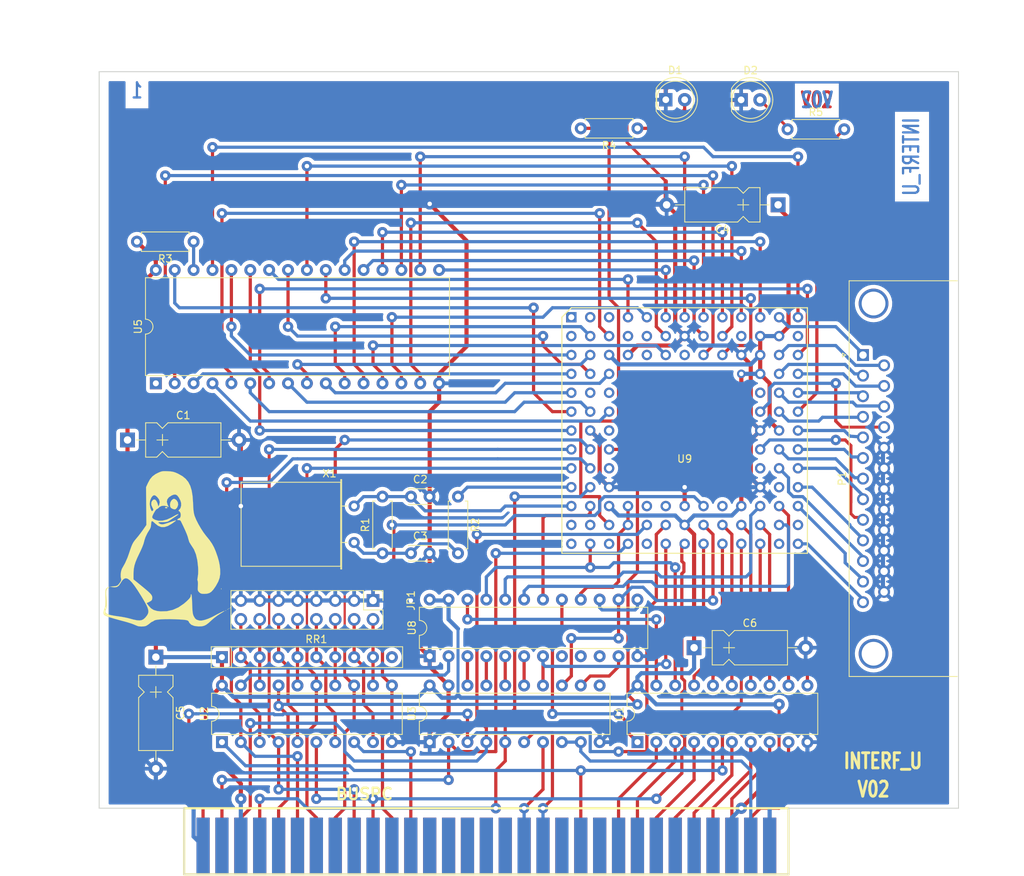
<source format=kicad_pcb>
(kicad_pcb (version 20200518) (host pcbnew "(5.99.0-1885-g8575afd7e-dirty)")
  (title_block (title "Demo") (rev "2.C") (company "Kicad"))
  (layers (0 "top_copper" signal) (31 "bottom_copper" signal) (34 "B.Paste" user) (35 "F.Paste" user) (36 "B.SilkS" user) (37 "F.SilkS" user) (38 "B.Mask" user) (39 "F.Mask" user) (44 "Edge.Cuts" user))
  (net 0 "")
  (net 1 "/8MH-OUT")
  (net 2 "/ACK")
  (net 3 "/AUTOFD-")
  (net 4 "/BIT0")
  (net 5 "/BIT1")
  (net 6 "/BIT2")
  (net 7 "/BIT3")
  (net 8 "/BIT4")
  (net 9 "/BIT5")
  (net 10 "/BIT6")
  (net 11 "/BIT7")
  (net 12 "/BUST+")
  (net 13 "/CLKLCA")
  (net 14 "/CS1-")
  (net 15 "/D0")
  (net 16 "/D1")
  (net 17 "/D2")
  (net 18 "/D3")
  (net 19 "/D4")
  (net 20 "/D5")
  (net 21 "/D6")
  (net 22 "/D7")
  (net 23 "/DIR")
  (net 24 "/DONE")
  (net 25 "/ENBBUF")
  (net 26 "/ERROR-")
  (net 27 "/INIT-")
  (net 28 "/LED1")
  (net 29 "/LED2")
  (net 30 "/MA0")
  (net 31 "/MA1")
  (net 32 "/MA10")
  (net 33 "/MA11")
  (net 34 "/MA12")
  (net 35 "/MA13")
  (net 36 "/MA14")
  (net 37 "/MA15")
  (net 38 "/MA16")
  (net 39 "/MA2")
  (net 40 "/MA3")
  (net 41 "/MA4")
  (net 42 "/MA5")
  (net 43 "/MA6")
  (net 44 "/MA7")
  (net 45 "/MA8")
  (net 46 "/MA9")
  (net 47 "/MATCHL")
  (net 48 "/MD0")
  (net 49 "/MD1")
  (net 50 "/MD2")
  (net 51 "/MD3")
  (net 52 "/MD4")
  (net 53 "/MD5")
  (net 54 "/MD6")
  (net 55 "/MD7")
  (net 56 "/OE-")
  (net 57 "/PC-A0")
  (net 58 "/PC-A1")
  (net 59 "/PC-A10")
  (net 60 "/PC-A11")
  (net 61 "/PC-A2")
  (net 62 "/PC-A3")
  (net 63 "/PC-A4")
  (net 64 "/PC-A5")
  (net 65 "/PC-A6")
  (net 66 "/PC-A7")
  (net 67 "/PC-A8")
  (net 68 "/PC-A9")
  (net 69 "/PC-AEN")
  (net 70 "/PC-DB0")
  (net 71 "/PC-DB1")
  (net 72 "/PC-DB2")
  (net 73 "/PC-DB3")
  (net 74 "/PC-DB4")
  (net 75 "/PC-DB5")
  (net 76 "/PC-DB6")
  (net 77 "/PC-DB7")
  (net 78 "/PC-IOR")
  (net 79 "/PC-IOW")
  (net 80 "/PC-RD")
  (net 81 "/PC-RST")
  (net 82 "/PC-WR")
  (net 83 "/PE+")
  (net 84 "/PROG-")
  (net 85 "/REF10")
  (net 86 "/REF11")
  (net 87 "/REF4")
  (net 88 "/REF5")
  (net 89 "/REF6")
  (net 90 "/REF7")
  (net 91 "/REF8")
  (net 92 "/REF9")
  (net 93 "/RSTL")
  (net 94 "/SEL_LPT")
  (net 95 "/SLCT+")
  (net 96 "/SLCTIN-")
  (net 97 "/STROBE")
  (net 98 "/WR-")
  (net 99 "/WR_REG")
  (net 100 "GND")
  (net 101 "VCC")
  (net 102 "Net-(C2-Pad1)")
  (net 103 "Net-(C3-Pad1)")
  (net 104 "Net-(R3-Pad1)")
  (net 105 "Net-(U3-Pad15)")
  (net 106 "Net-(U3-Pad16)")
  (net 107 "Net-(U3-Pad17)")
  (net 108 "Net-(U3-Pad18)")
  (net 109 "Net-(D1-Pad2)")
  (net 110 "Net-(D2-Pad2)")
  (net 111 "Net-(BUS1-Pad4)")
  (net 112 "Net-(BUS1-Pad5)")
  (net 113 "Net-(BUS1-Pad6)")
  (net 114 "Net-(BUS1-Pad7)")
  (net 115 "Net-(BUS1-Pad8)")
  (net 116 "Net-(BUS1-Pad9)")
  (net 117 "Net-(BUS1-Pad10)")
  (net 118 "Net-(BUS1-Pad11)")
  (net 119 "Net-(BUS1-Pad12)")
  (net 120 "Net-(BUS1-Pad15)")
  (net 121 "Net-(BUS1-Pad16)")
  (net 122 "Net-(BUS1-Pad17)")
  (net 123 "Net-(BUS1-Pad18)")
  (net 124 "Net-(BUS1-Pad19)")
  (net 125 "Net-(BUS1-Pad20)")
  (net 126 "Net-(BUS1-Pad21)")
  (net 127 "Net-(BUS1-Pad22)")
  (net 128 "Net-(BUS1-Pad23)")
  (net 129 "Net-(BUS1-Pad24)")
  (net 130 "Net-(BUS1-Pad25)")
  (net 131 "Net-(BUS1-Pad26)")
  (net 132 "Net-(BUS1-Pad27)")
  (net 133 "Net-(BUS1-Pad28)")
  (net 134 "Net-(BUS1-Pad30)")
  (net 135 "Net-(BUS1-Pad32)")
  (net 136 "Net-(BUS1-Pad41)")
  (net 137 "Net-(BUS1-Pad43)")
  (net 138 "Net-(BUS1-Pad44)")
  (net 139 "Net-(BUS1-Pad45)")
  (net 140 "Net-(BUS1-Pad46)")
  (net 141 "Net-(BUS1-Pad47)")
  (net 142 "Net-(BUS1-Pad48)")
  (net 143 "Net-(BUS1-Pad49)")
  (net 144 "Net-(BUS1-Pad50)")
  (net 145 "Net-(RR1-Pad10)")
  (net 146 "Net-(U3-Pad11)")
  (net 147 "Net-(U9-PadN1)")
  (net 148 "Net-(U9-PadN3)")
  (net 149 "Net-(U9-PadM1)")
  (net 150 "Net-(U9-PadM2)")
  (net 151 "Net-(U9-PadJ3)")
  (net 152 "Net-(U9-PadE2)")
  (net 153 "Net-(U9-PadE3)")
  (net 154 "Net-(U9-PadC5)")
  (net 155 "Net-(U9-PadB1)")
  (net 156 "Net-(U9-PadB4)")
  (net 157 "Net-(U9-PadB5)")
  (net 158 "Net-(U9-PadB10)")
  (net 159 "Net-(U9-PadB13)")
  (net 160 "Net-(U9-PadA1)")
  (net 161 "Net-(U9-PadA2)")
  (net 162 "Net-(U9-PadA3)")
  (net 163 "Net-(U9-PadN5)")
  (net 164 "Net-(U9-PadN12)")
  (net 165 "Net-(U9-PadL5)")
  (net 166 "Net-(U9-PadL6)")
  (net 167 "Net-(U9-PadL9)")
  (net 168 "Net-(U9-PadK12)")
  (net 169 "Net-(U9-PadJ11)")
  (net 170 "Net-(U9-PadE11)")
  (net 171 "Net-(U8-Pad8)")
  (net 172 "Net-(U8-Pad9)")
  (net 173 "Net-(U8-Pad10)")
  (module "Connector_PinHeader_2.54mm:PinHeader_2x08_P2.54mm_Vertical" (layer "top_copper") (at 116.205 105.41 -90)
    (fp_text reference "JP1" (at 0 -5.1 -90) (layer "F.SilkS"))
    (fp_text value "CONN_8X2" hide)
    (pad "16" thru_hole oval (at 2.54 17.78 270) (size 1.7 1.7) (drill 1) (layers *.Cu *.Mask) (net 88 "/REF5"))
    (pad "15" thru_hole oval (at 0 17.78 270) (size 1.7 1.7) (drill 1) (layers *.Cu *.Mask) (net 100 "GND"))
    (pad "14" thru_hole oval (at 2.54 15.24 270) (size 1.7 1.7) (drill 1) (layers *.Cu *.Mask) (net 87 "/REF4"))
    (pad "13" thru_hole oval (at 0 15.24 270) (size 1.7 1.7) (drill 1) (layers *.Cu *.Mask) (net 100 "GND"))
    (pad "12" thru_hole oval (at 2.54 12.7 270) (size 1.7 1.7) (drill 1) (layers *.Cu *.Mask) (net 91 "/REF8"))
    (pad "11" thru_hole oval (at 0 12.7 270) (size 1.7 1.7) (drill 1) (layers *.Cu *.Mask) (net 100 "GND"))
    (pad "10" thru_hole oval (at 2.54 10.16 270) (size 1.7 1.7) (drill 1) (layers *.Cu *.Mask) (net 89 "/REF6"))
    (pad "9" thru_hole oval (at 0 10.16 270) (size 1.7 1.7) (drill 1) (layers *.Cu *.Mask) (net 100 "GND"))
    (pad "8" thru_hole oval (at 2.54 7.62 270) (size 1.7 1.7) (drill 1) (layers *.Cu *.Mask) (net 92 "/REF9"))
    (pad "7" thru_hole oval (at 0 7.62 270) (size 1.7 1.7) (drill 1) (layers *.Cu *.Mask) (net 100 "GND"))
    (pad "6" thru_hole oval (at 2.54 5.08 270) (size 1.7 1.7) (drill 1) (layers *.Cu *.Mask) (net 90 "/REF7"))
    (pad "5" thru_hole oval (at 0 5.08 270) (size 1.7 1.7) (drill 1) (layers *.Cu *.Mask) (net 100 "GND"))
    (pad "4" thru_hole oval (at 2.54 2.54 270) (size 1.7 1.7) (drill 1) (layers *.Cu *.Mask) (net 86 "/REF11"))
    (pad "3" thru_hole oval (at 0 2.54 270) (size 1.7 1.7) (drill 1) (layers *.Cu *.Mask) (net 100 "GND"))
    (pad "2" thru_hole oval (at 2.54 0 270) (size 1.7 1.7) (drill 1) (layers *.Cu *.Mask) (net 85 "/REF10"))
    (pad "1" thru_hole rect (at 0 0 270) (size 1.7 1.7) (drill 1) (layers *.Cu *.Mask) (net 100 "GND"))
  )
  (module "Resistor_THT:R_Axial_DIN0207_L6.3mm_D2.5mm_P7.62mm_Horizontal" (layer "top_copper") (at 117.475 99.06 90)
    (fp_text reference "R1" (at 3.81 -2.31 90) (layer "F.SilkS"))
    (fp_text value "100K")
    (pad "2" thru_hole oval (at 7.62 0 90) (size 1.6 1.6) (drill 0.8) (layers *.Cu *.Mask) (net 102 "Net-(C2-Pad1)"))
    (pad "1" thru_hole circle (at 0 0 90) (size 1.6 1.6) (drill 0.8) (layers *.Cu *.Mask) (net 103 "Net-(C3-Pad1)"))
  )
  (module "Resistor_THT:R_Axial_DIN0207_L6.3mm_D2.5mm_P7.62mm_Horizontal" (layer "top_copper") (at 127.635 91.44 -90)
    (fp_text reference "R2" (at 3.81 -2.31 -90) (layer "F.SilkS"))
    (fp_text value "1K")
    (pad "2" thru_hole oval (at 7.62 0 270) (size 1.6 1.6) (drill 0.8) (layers *.Cu *.Mask) (net 103 "Net-(C3-Pad1)"))
    (pad "1" thru_hole circle (at 0 0 270) (size 1.6 1.6) (drill 0.8) (layers *.Cu *.Mask) (net 1 "/8MH-OUT"))
  )
  (module "Resistor_THT:R_Axial_DIN0207_L6.3mm_D2.5mm_P7.62mm_Horizontal" (layer "top_copper") (at 92.075 57.15 180)
    (fp_text reference "R3" (at 3.81 -2.31 180) (layer "F.SilkS"))
    (fp_text value "10K")
    (pad "2" thru_hole oval (at 7.62 0 180) (size 1.6 1.6) (drill 0.8) (layers *.Cu *.Mask) (net 101 "VCC"))
    (pad "1" thru_hole circle (at 0 0 180) (size 1.6 1.6) (drill 0.8) (layers *.Cu *.Mask) (net 104 "Net-(R3-Pad1)"))
  )
  (module "Resistor_THT:R_Axial_DIN0207_L6.3mm_D2.5mm_P7.62mm_Horizontal" (layer "top_copper") (at 151.765 41.91 180)
    (fp_text reference "R4" (at 3.81 -2.31 180) (layer "F.SilkS"))
    (fp_text value "330")
    (pad "2" thru_hole oval (at 7.62 0 180) (size 1.6 1.6) (drill 0.8) (layers *.Cu *.Mask) (net 28 "/LED1"))
    (pad "1" thru_hole circle (at 0 0 180) (size 1.6 1.6) (drill 0.8) (layers *.Cu *.Mask) (net 109 "Net-(D1-Pad2)"))
  )
  (module "Resistor_THT:R_Axial_DIN0207_L6.3mm_D2.5mm_P7.62mm_Horizontal" (layer "top_copper") (at 171.958 42.037)
    (fp_text reference "R5" (at 3.81 -2.31) (layer "F.SilkS"))
    (fp_text value "330")
    (pad "2" thru_hole oval (at 7.62 0) (size 1.6 1.6) (drill 0.8) (layers *.Cu *.Mask) (net 29 "/LED2"))
    (pad "1" thru_hole circle (at 0 0) (size 1.6 1.6) (drill 0.8) (layers *.Cu *.Mask) (net 110 "Net-(D2-Pad2)"))
  )
  (module "interf_u:BUS_PC" (layer "top_copper") (at 131.445 138.43)
    (fp_text reference "BUS1" hide)
    (fp_text value "BUSPC" (at -16.4 -7) (layer "F.SilkS") (effects (font (size 1.524 1.524) (thickness 0.3048))))
    (pad "62" connect rect (at -38.1 0) (size 1.778 7.62) (layers "top_copper" "F.Mask") (net 57 "/PC-A0"))
    (pad "61" connect rect (at -35.56 0) (size 1.778 7.62) (layers "top_copper" "F.Mask") (net 58 "/PC-A1"))
    (pad "60" connect rect (at -33.02 0) (size 1.778 7.62) (layers "top_copper" "F.Mask") (net 61 "/PC-A2"))
    (pad "59" connect rect (at -30.48 0) (size 1.778 7.62) (layers "top_copper" "F.Mask") (net 62 "/PC-A3"))
    (pad "58" connect rect (at -27.94 0) (size 1.778 7.62) (layers "top_copper" "F.Mask") (net 63 "/PC-A4"))
    (pad "57" connect rect (at -25.4 0) (size 1.778 7.62) (layers "top_copper" "F.Mask") (net 64 "/PC-A5"))
    (pad "56" connect rect (at -22.86 0) (size 1.778 7.62) (layers "top_copper" "F.Mask") (net 65 "/PC-A6"))
    (pad "55" connect rect (at -20.32 0) (size 1.778 7.62) (layers "top_copper" "F.Mask") (net 66 "/PC-A7"))
    (pad "54" connect rect (at -17.78 0) (size 1.778 7.62) (layers "top_copper" "F.Mask") (net 67 "/PC-A8"))
    (pad "53" connect rect (at -15.24 0) (size 1.778 7.62) (layers "top_copper" "F.Mask") (net 68 "/PC-A9"))
    (pad "52" connect rect (at -12.7 0) (size 1.778 7.62) (layers "top_copper" "F.Mask") (net 59 "/PC-A10"))
    (pad "51" connect rect (at -10.16 0) (size 1.778 7.62) (layers "top_copper" "F.Mask") (net 60 "/PC-A11"))
    (pad "50" connect rect (at -7.62 0) (size 1.778 7.62) (layers "top_copper" "F.Mask") (net 144 "Net-(BUS1-Pad50)"))
    (pad "49" connect rect (at -5.08 0) (size 1.778 7.62) (layers "top_copper" "F.Mask") (net 143 "Net-(BUS1-Pad49)"))
    (pad "48" connect rect (at -2.54 0) (size 1.778 7.62) (layers "top_copper" "F.Mask") (net 142 "Net-(BUS1-Pad48)"))
    (pad "47" connect rect (at 0 0) (size 1.778 7.62) (layers "top_copper" "F.Mask") (net 141 "Net-(BUS1-Pad47)"))
    (pad "46" connect rect (at 2.54 0) (size 1.778 7.62) (layers "top_copper" "F.Mask") (net 140 "Net-(BUS1-Pad46)"))
    (pad "45" connect rect (at 5.08 0) (size 1.778 7.62) (layers "top_copper" "F.Mask") (net 139 "Net-(BUS1-Pad45)"))
    (pad "44" connect rect (at 7.62 0) (size 1.778 7.62) (layers "top_copper" "F.Mask") (net 138 "Net-(BUS1-Pad44)"))
    (pad "43" connect rect (at 10.16 0) (size 1.778 7.62) (layers "top_copper" "F.Mask") (net 137 "Net-(BUS1-Pad43)"))
    (pad "42" connect rect (at 12.7 0) (size 1.778 7.62) (layers "top_copper" "F.Mask") (net 69 "/PC-AEN"))
    (pad "41" connect rect (at 15.24 0) (size 1.778 7.62) (layers "top_copper" "F.Mask") (net 136 "Net-(BUS1-Pad41)"))
    (pad "40" connect rect (at 17.78 0) (size 1.778 7.62) (layers "top_copper" "F.Mask") (net 70 "/PC-DB0"))
    (pad "39" connect rect (at 20.32 0) (size 1.778 7.62) (layers "top_copper" "F.Mask") (net 71 "/PC-DB1"))
    (pad "38" connect rect (at 22.86 0) (size 1.778 7.62) (layers "top_copper" "F.Mask") (net 72 "/PC-DB2"))
    (pad "37" connect rect (at 25.4 0) (size 1.778 7.62) (layers "top_copper" "F.Mask") (net 73 "/PC-DB3"))
    (pad "36" connect rect (at 27.94 0) (size 1.778 7.62) (layers "top_copper" "F.Mask") (net 74 "/PC-DB4"))
    (pad "35" connect rect (at 30.48 0) (size 1.778 7.62) (layers "top_copper" "F.Mask") (net 75 "/PC-DB5"))
    (pad "34" connect rect (at 33.02 0) (size 1.778 7.62) (layers "top_copper" "F.Mask") (net 76 "/PC-DB6"))
    (pad "33" connect rect (at 35.56 0) (size 1.778 7.62) (layers "top_copper" "F.Mask") (net 77 "/PC-DB7"))
    (pad "32" connect rect (at 38.1 0) (size 1.778 7.62) (layers "top_copper" "F.Mask") (net 135 "Net-(BUS1-Pad32)"))
    (pad "31" connect rect (at -38.1 0) (size 1.778 7.62) (layers "bottom_copper" "B.Mask") (net 100 "GND"))
    (pad "30" connect rect (at -35.56 0) (size 1.778 7.62) (layers "bottom_copper" "B.Mask") (net 134 "Net-(BUS1-Pad30)"))
    (pad "29" connect rect (at -33.02 0) (size 1.778 7.62) (layers "bottom_copper" "B.Mask") (net 101 "VCC"))
    (pad "28" connect rect (at -30.48 0) (size 1.778 7.62) (layers "bottom_copper" "B.Mask") (net 133 "Net-(BUS1-Pad28)"))
    (pad "27" connect rect (at -27.94 0) (size 1.778 7.62) (layers "bottom_copper" "B.Mask") (net 132 "Net-(BUS1-Pad27)"))
    (pad "26" connect rect (at -25.4 0) (size 1.778 7.62) (layers "bottom_copper" "B.Mask") (net 131 "Net-(BUS1-Pad26)"))
    (pad "25" connect rect (at -22.86 0) (size 1.778 7.62) (layers "bottom_copper" "B.Mask") (net 130 "Net-(BUS1-Pad25)"))
    (pad "24" connect rect (at -20.32 0) (size 1.778 7.62) (layers "bottom_copper" "B.Mask") (net 129 "Net-(BUS1-Pad24)"))
    (pad "23" connect rect (at -17.78 0) (size 1.778 7.62) (layers "bottom_copper" "B.Mask") (net 128 "Net-(BUS1-Pad23)"))
    (pad "22" connect rect (at -15.24 0) (size 1.778 7.62) (layers "bottom_copper" "B.Mask") (net 127 "Net-(BUS1-Pad22)"))
    (pad "21" connect rect (at -12.7 0) (size 1.778 7.62) (layers "bottom_copper" "B.Mask") (net 126 "Net-(BUS1-Pad21)"))
    (pad "20" connect rect (at -10.16 0) (size 1.778 7.62) (layers "bottom_copper" "B.Mask") (net 125 "Net-(BUS1-Pad20)"))
    (pad "19" connect rect (at -7.62 0) (size 1.778 7.62) (layers "bottom_copper" "B.Mask") (net 124 "Net-(BUS1-Pad19)"))
    (pad "18" connect rect (at -5.08 0) (size 1.778 7.62) (layers "bottom_copper" "B.Mask") (net 123 "Net-(BUS1-Pad18)"))
    (pad "17" connect rect (at -2.54 0) (size 1.778 7.62) (layers "bottom_copper" "B.Mask") (net 122 "Net-(BUS1-Pad17)"))
    (pad "16" connect rect (at 0 0) (size 1.778 7.62) (layers "bottom_copper" "B.Mask") (net 121 "Net-(BUS1-Pad16)"))
    (pad "15" connect rect (at 2.54 0) (size 1.778 7.62) (layers "bottom_copper" "B.Mask") (net 120 "Net-(BUS1-Pad15)"))
    (pad "14" connect rect (at 5.08 0) (size 1.778 7.62) (layers "bottom_copper" "B.Mask") (net 78 "/PC-IOR"))
    (pad "13" connect rect (at 7.62 0) (size 1.778 7.62) (layers "bottom_copper" "B.Mask") (net 79 "/PC-IOW"))
    (pad "12" connect rect (at 10.16 0) (size 1.778 7.62) (layers "bottom_copper" "B.Mask") (net 119 "Net-(BUS1-Pad12)"))
    (pad "11" connect rect (at 12.7 0) (size 1.778 7.62) (layers "bottom_copper" "B.Mask") (net 118 "Net-(BUS1-Pad11)"))
    (pad "10" connect rect (at 15.24 0) (size 1.778 7.62) (layers "bottom_copper" "B.Mask") (net 117 "Net-(BUS1-Pad10)"))
    (pad "9" connect rect (at 17.78 0) (size 1.778 7.62) (layers "bottom_copper" "B.Mask") (net 116 "Net-(BUS1-Pad9)"))
    (pad "8" connect rect (at 20.32 0) (size 1.778 7.62) (layers "bottom_copper" "B.Mask") (net 115 "Net-(BUS1-Pad8)"))
    (pad "7" connect rect (at 22.86 0) (size 1.778 7.62) (layers "bottom_copper" "B.Mask") (net 114 "Net-(BUS1-Pad7)"))
    (pad "6" connect rect (at 25.4 0) (size 1.778 7.62) (layers "bottom_copper" "B.Mask") (net 113 "Net-(BUS1-Pad6)"))
    (pad "5" connect rect (at 27.94 0) (size 1.778 7.62) (layers "bottom_copper" "B.Mask") (net 112 "Net-(BUS1-Pad5)"))
    (pad "4" connect rect (at 30.48 0) (size 1.778 7.62) (layers "bottom_copper" "B.Mask") (net 111 "Net-(BUS1-Pad4)"))
    (pad "3" connect rect (at 33.02 0) (size 1.778 7.62) (layers "bottom_copper" "B.Mask") (net 101 "VCC"))
    (pad "2" connect rect (at 35.56 0) (size 1.778 7.62) (layers "bottom_copper" "B.Mask") (net 81 "/PC-RST"))
    (pad "1" connect rect (at 38.1 0) (size 1.778 7.62) (layers "bottom_copper" "B.Mask") (net 100 "GND"))
  )
  (module "interf_u:PGA120" (layer "top_copper") (at 158.115 82.55 180)
    (fp_text reference "U9" (at 0 -3.81 180) (layer "F.SilkS"))
    (fp_text value "4003APG120")
    (pad "N1" thru_hole circle (at 15.24 -15.24 180) (size 1.4 1.4) (drill 0.8) (layers *.Cu *.Mask) (net 147 "Net-(U9-PadN1)"))
    (pad "N2" thru_hole circle (at 12.7 -15.24 180) (size 1.4 1.4) (drill 0.8) (layers *.Cu *.Mask) (net 15 "/D0"))
    (pad "N3" thru_hole circle (at 10.16 -15.24 180) (size 1.4 1.4) (drill 0.8) (layers *.Cu *.Mask) (net 148 "Net-(U9-PadN3)"))
    (pad "M1" thru_hole circle (at 15.24 -12.7 180) (size 1.4 1.4) (drill 0.8) (layers *.Cu *.Mask) (net 149 "Net-(U9-PadM1)"))
    (pad "M2" thru_hole circle (at 12.7 -12.7 180) (size 1.4 1.4) (drill 0.8) (layers *.Cu *.Mask) (net 150 "Net-(U9-PadM2)"))
    (pad "M3" thru_hole circle (at 10.16 -12.7 180) (size 1.4 1.4) (drill 0.8) (layers *.Cu *.Mask) (net 28 "/LED1"))
    (pad "L1" thru_hole circle (at 15.24 -10.16 180) (size 1.4 1.4) (drill 0.8) (layers *.Cu *.Mask) (net 102 "Net-(C2-Pad1)"))
    (pad "L2" thru_hole circle (at 12.7 -10.16 180) (size 1.4 1.4) (drill 0.8) (layers *.Cu *.Mask) (net 94 "/SEL_LPT"))
    (pad "L3" thru_hole circle (at 10.16 -10.16 180) (size 1.4 1.4) (drill 0.8) (layers *.Cu *.Mask) (net 101 "VCC"))
    (pad "K1" thru_hole circle (at 15.24 -7.62 180) (size 1.4 1.4) (drill 0.8) (layers *.Cu *.Mask) (net 1 "/8MH-OUT"))
    (pad "K2" thru_hole circle (at 12.7 -7.62 180) (size 1.4 1.4) (drill 0.8) (layers *.Cu *.Mask) (net 62 "/PC-A3"))
    (pad "K3" thru_hole circle (at 10.16 -7.62 180) (size 1.4 1.4) (drill 0.8) (layers *.Cu *.Mask) (net 100 "GND"))
    (pad "J1" thru_hole circle (at 15.24 -5.08 180) (size 1.4 1.4) (drill 0.8) (layers *.Cu *.Mask) (net 65 "/PC-A6"))
    (pad "J2" thru_hole circle (at 12.7 -5.08 180) (size 1.4 1.4) (drill 0.8) (layers *.Cu *.Mask) (net 64 "/PC-A5"))
    (pad "J3" thru_hole circle (at 10.16 -5.08 180) (size 1.4 1.4) (drill 0.8) (layers *.Cu *.Mask) (net 151 "Net-(U9-PadJ3)"))
    (pad "H1" thru_hole circle (at 15.24 -2.54 180) (size 1.4 1.4) (drill 0.8) (layers *.Cu *.Mask) (net 67 "/PC-A8"))
    (pad "H2" thru_hole circle (at 12.7 -2.54 180) (size 1.4 1.4) (drill 0.8) (layers *.Cu *.Mask) (net 66 "/PC-A7"))
    (pad "H3" thru_hole circle (at 10.16 -2.54 180) (size 1.4 1.4) (drill 0.8) (layers *.Cu *.Mask) (net 63 "/PC-A4"))
    (pad "G1" thru_hole circle (at 15.24 0 180) (size 1.4 1.4) (drill 0.8) (layers *.Cu *.Mask) (net 45 "/MA8"))
    (pad "G2" thru_hole circle (at 12.7 0 180) (size 1.4 1.4) (drill 0.8) (layers *.Cu *.Mask) (net 100 "GND"))
    (pad "G3" thru_hole circle (at 10.16 0 180) (size 1.4 1.4) (drill 0.8) (layers *.Cu *.Mask))
    (pad "F1" thru_hole circle (at 15.24 2.54 180) (size 1.4 1.4) (drill 0.8) (layers *.Cu *.Mask) (net 37 "/MA15"))
    (pad "F2" thru_hole circle (at 12.7 2.54 180) (size 1.4 1.4) (drill 0.8) (layers *.Cu *.Mask) (net 43 "/MA6"))
    (pad "F3" thru_hole circle (at 10.16 2.54 180) (size 1.4 1.4) (drill 0.8) (layers *.Cu *.Mask) (net 34 "/MA12"))
    (pad "E1" thru_hole circle (at 15.24 5.08 180) (size 1.4 1.4) (drill 0.8) (layers *.Cu *.Mask) (net 41 "/MA4"))
    (pad "E2" thru_hole circle (at 12.7 5.08 180) (size 1.4 1.4) (drill 0.8) (layers *.Cu *.Mask) (net 152 "Net-(U9-PadE2)"))
    (pad "E3" thru_hole circle (at 10.16 5.08 180) (size 1.4 1.4) (drill 0.8) (layers *.Cu *.Mask) (net 153 "Net-(U9-PadE3)"))
    (pad "D1" thru_hole circle (at 15.24 7.62 180) (size 1.4 1.4) (drill 0.8) (layers *.Cu *.Mask) (net 36 "/MA14"))
    (pad "D2" thru_hole circle (at 12.7 7.62 180) (size 1.4 1.4) (drill 0.8) (layers *.Cu *.Mask) (net 33 "/MA11"))
    (pad "D3" thru_hole circle (at 10.16 7.62 180) (size 1.4 1.4) (drill 0.8) (layers *.Cu *.Mask) (net 39 "/MA2"))
    (pad "C1" thru_hole circle (at 15.24 10.16 180) (size 1.4 1.4) (drill 0.8) (layers *.Cu *.Mask) (net 35 "/MA13"))
    (pad "C2" thru_hole circle (at 12.7 10.16 180) (size 1.4 1.4) (drill 0.8) (layers *.Cu *.Mask) (net 40 "/MA3"))
    (pad "C3" thru_hole circle (at 10.16 10.16 180) (size 1.4 1.4) (drill 0.8) (layers *.Cu *.Mask) (net 101 "VCC"))
    (pad "C4" thru_hole circle (at 7.62 10.16 180) (size 1.4 1.4) (drill 0.8) (layers *.Cu *.Mask) (net 100 "GND"))
    (pad "C5" thru_hole circle (at 5.08 10.16 180) (size 1.4 1.4) (drill 0.8) (layers *.Cu *.Mask) (net 154 "Net-(U9-PadC5)"))
    (pad "C6" thru_hole circle (at 2.54 10.16 180) (size 1.4 1.4) (drill 0.8) (layers *.Cu *.Mask) (net 48 "/MD0"))
    (pad "C7" thru_hole circle (at 0 10.16 180) (size 1.4 1.4) (drill 0.8) (layers *.Cu *.Mask))
    (pad "C8" thru_hole circle (at -2.54 10.16 180) (size 1.4 1.4) (drill 0.8) (layers *.Cu *.Mask) (net 38 "/MA16"))
    (pad "C9" thru_hole circle (at -5.08 10.16 180) (size 1.4 1.4) (drill 0.8) (layers *.Cu *.Mask) (net 32 "/MA10"))
    (pad "C10" thru_hole circle (at -7.62 10.16 180) (size 1.4 1.4) (drill 0.8) (layers *.Cu *.Mask) (net 100 "GND"))
    (pad "C11" thru_hole circle (at -10.16 10.16 180) (size 1.4 1.4) (drill 0.8) (layers *.Cu *.Mask) (net 101 "VCC"))
    (pad "C12" thru_hole circle (at -12.7 10.16 180) (size 1.4 1.4) (drill 0.8) (layers *.Cu *.Mask) (net 3 "/AUTOFD-"))
    (pad "C13" thru_hole circle (at -15.24 10.16 180) (size 1.4 1.4) (drill 0.8) (layers *.Cu *.Mask) (net 42 "/MA5"))
    (pad "B1" thru_hole circle (at 15.24 12.7 180) (size 1.4 1.4) (drill 0.8) (layers *.Cu *.Mask) (net 155 "Net-(U9-PadB1)"))
    (pad "B2" thru_hole circle (at 12.7 12.7 180) (size 1.4 1.4) (drill 0.8) (layers *.Cu *.Mask) (net 31 "/MA1"))
    (pad "B3" thru_hole circle (at 10.16 12.7 180) (size 1.4 1.4) (drill 0.8) (layers *.Cu *.Mask) (net 44 "/MA7"))
    (pad "B4" thru_hole circle (at 7.62 12.7 180) (size 1.4 1.4) (drill 0.8) (layers *.Cu *.Mask) (net 156 "Net-(U9-PadB4)"))
    (pad "B5" thru_hole circle (at 5.08 12.7 180) (size 1.4 1.4) (drill 0.8) (layers *.Cu *.Mask) (net 157 "Net-(U9-PadB5)"))
    (pad "B6" thru_hole circle (at 2.54 12.7 180) (size 1.4 1.4) (drill 0.8) (layers *.Cu *.Mask) (net 50 "/MD2"))
    (pad "B7" thru_hole circle (at 0 12.7 180) (size 1.4 1.4) (drill 0.8) (layers *.Cu *.Mask) (net 100 "GND"))
    (pad "B8" thru_hole circle (at -2.54 12.7 180) (size 1.4 1.4) (drill 0.8) (layers *.Cu *.Mask) (net 55 "/MD7"))
    (pad "B9" thru_hole circle (at -5.08 12.7 180) (size 1.4 1.4) (drill 0.8) (layers *.Cu *.Mask) (net 56 "/OE-"))
    (pad "B10" thru_hole circle (at -7.62 12.7 180) (size 1.4 1.4) (drill 0.8) (layers *.Cu *.Mask) (net 158 "Net-(U9-PadB10)"))
    (pad "B11" thru_hole circle (at -10.16 12.7 180) (size 1.4 1.4) (drill 0.8) (layers *.Cu *.Mask) (net 101 "VCC"))
    (pad "B12" thru_hole circle (at -12.7 12.7 180) (size 1.4 1.4) (drill 0.8) (layers *.Cu *.Mask) (net 101 "VCC"))
    (pad "B13" thru_hole circle (at -15.24 12.7 180) (size 1.4 1.4) (drill 0.8) (layers *.Cu *.Mask) (net 159 "Net-(U9-PadB13)"))
    (pad "A1" thru_hole rect (at 15.24 15.24 180) (size 1.4 1.4) (drill 0.8) (layers *.Cu *.Mask) (net 160 "Net-(U9-PadA1)"))
    (pad "A2" thru_hole circle (at 12.7 15.24 180) (size 1.4 1.4) (drill 0.8) (layers *.Cu *.Mask) (net 161 "Net-(U9-PadA2)"))
    (pad "A3" thru_hole circle (at 10.16 15.24 180) (size 1.4 1.4) (drill 0.8) (layers *.Cu *.Mask) (net 162 "Net-(U9-PadA3)"))
    (pad "A4" thru_hole circle (at 7.62 15.24 180) (size 1.4 1.4) (drill 0.8) (layers *.Cu *.Mask) (net 46 "/MA9"))
    (pad "A5" thru_hole circle (at 5.08 15.24 180) (size 1.4 1.4) (drill 0.8) (layers *.Cu *.Mask) (net 49 "/MD1"))
    (pad "A6" thru_hole circle (at 2.54 15.24 180) (size 1.4 1.4) (drill 0.8) (layers *.Cu *.Mask) (net 51 "/MD3"))
    (pad "A7" thru_hole circle (at 0 15.24 180) (size 1.4 1.4) (drill 0.8) (layers *.Cu *.Mask) (net 52 "/MD4"))
    (pad "A8" thru_hole circle (at -2.54 15.24 180) (size 1.4 1.4) (drill 0.8) (layers *.Cu *.Mask) (net 53 "/MD5"))
    (pad "A9" thru_hole circle (at -5.08 15.24 180) (size 1.4 1.4) (drill 0.8) (layers *.Cu *.Mask) (net 54 "/MD6"))
    (pad "A10" thru_hole circle (at -7.62 15.24 180) (size 1.4 1.4) (drill 0.8) (layers *.Cu *.Mask) (net 14 "/CS1-"))
    (pad "A11" thru_hole circle (at -10.16 15.24 180) (size 1.4 1.4) (drill 0.8) (layers *.Cu *.Mask) (net 30 "/MA0"))
    (pad "A12" thru_hole circle (at -12.7 15.24 180) (size 1.4 1.4) (drill 0.8) (layers *.Cu *.Mask) (net 97 "/STROBE"))
    (pad "A13" thru_hole circle (at -15.24 15.24 180) (size 1.4 1.4) (drill 0.8) (layers *.Cu *.Mask) (net 98 "/WR-"))
    (pad "N4" thru_hole circle (at 7.62 -15.24 180) (size 1.4 1.4) (drill 0.8) (layers *.Cu *.Mask) (net 58 "/PC-A1"))
    (pad "N5" thru_hole circle (at 5.08 -15.24 180) (size 1.4 1.4) (drill 0.8) (layers *.Cu *.Mask) (net 163 "Net-(U9-PadN5)"))
    (pad "N6" thru_hole circle (at 2.54 -15.24 180) (size 1.4 1.4) (drill 0.8) (layers *.Cu *.Mask) (net 82 "/PC-WR"))
    (pad "N7" thru_hole circle (at 0 -15.24 180) (size 1.4 1.4) (drill 0.8) (layers *.Cu *.Mask) (net 68 "/PC-A9"))
    (pad "N8" thru_hole circle (at -2.54 -15.24 180) (size 1.4 1.4) (drill 0.8) (layers *.Cu *.Mask) (net 16 "/D1"))
    (pad "N9" thru_hole circle (at -5.08 -15.24 180) (size 1.4 1.4) (drill 0.8) (layers *.Cu *.Mask) (net 17 "/D2"))
    (pad "N10" thru_hole circle (at -7.62 -15.24 180) (size 1.4 1.4) (drill 0.8) (layers *.Cu *.Mask) (net 69 "/PC-AEN"))
    (pad "N11" thru_hole circle (at -10.16 -15.24 180) (size 1.4 1.4) (drill 0.8) (layers *.Cu *.Mask) (net 20 "/D5"))
    (pad "N12" thru_hole circle (at -12.7 -15.24 180) (size 1.4 1.4) (drill 0.8) (layers *.Cu *.Mask) (net 164 "Net-(U9-PadN12)"))
    (pad "N13" thru_hole circle (at -15.24 -15.24 180) (size 1.4 1.4) (drill 0.8) (layers *.Cu *.Mask) (net 95 "/SLCT+"))
    (pad "M4" thru_hole circle (at 7.62 -12.7 180) (size 1.4 1.4) (drill 0.8) (layers *.Cu *.Mask) (net 13 "/CLKLCA"))
    (pad "M5" thru_hole circle (at 5.08 -12.7 180) (size 1.4 1.4) (drill 0.8) (layers *.Cu *.Mask) (net 61 "/PC-A2"))
    (pad "M6" thru_hole circle (at 2.54 -12.7 180) (size 1.4 1.4) (drill 0.8) (layers *.Cu *.Mask) (net 57 "/PC-A0"))
    (pad "M7" thru_hole circle (at 0 -12.7 180) (size 1.4 1.4) (drill 0.8) (layers *.Cu *.Mask) (net 101 "VCC"))
    (pad "M8" thru_hole circle (at -2.54 -12.7 180) (size 1.4 1.4) (drill 0.8) (layers *.Cu *.Mask) (net 80 "/PC-RD"))
    (pad "M9" thru_hole circle (at -5.08 -12.7 180) (size 1.4 1.4) (drill 0.8) (layers *.Cu *.Mask) (net 18 "/D3"))
    (pad "M10" thru_hole circle (at -7.62 -12.7 180) (size 1.4 1.4) (drill 0.8) (layers *.Cu *.Mask) (net 19 "/D4"))
    (pad "M11" thru_hole circle (at -10.16 -12.7 180) (size 1.4 1.4) (drill 0.8) (layers *.Cu *.Mask) (net 21 "/D6"))
    (pad "M12" thru_hole circle (at -12.7 -12.7 180) (size 1.4 1.4) (drill 0.8) (layers *.Cu *.Mask) (net 84 "/PROG-"))
    (pad "M13" thru_hole circle (at -15.24 -12.7 180) (size 1.4 1.4) (drill 0.8) (layers *.Cu *.Mask))
    (pad "L4" thru_hole circle (at 7.62 -10.16 180) (size 1.4 1.4) (drill 0.8) (layers *.Cu *.Mask) (net 13 "/CLKLCA"))
    (pad "L5" thru_hole circle (at 5.08 -10.16 180) (size 1.4 1.4) (drill 0.8) (layers *.Cu *.Mask) (net 165 "Net-(U9-PadL5)"))
    (pad "L6" thru_hole circle (at 2.54 -10.16 180) (size 1.4 1.4) (drill 0.8) (layers *.Cu *.Mask) (net 166 "Net-(U9-PadL6)"))
    (pad "L7" thru_hole circle (at 0 -10.16 180) (size 1.4 1.4) (drill 0.8) (layers *.Cu *.Mask) (net 100 "GND"))
    (pad "L8" thru_hole circle (at -2.54 -10.16 180) (size 1.4 1.4) (drill 0.8) (layers *.Cu *.Mask) (net 59 "/PC-A10"))
    (pad "L9" thru_hole circle (at -5.08 -10.16 180) (size 1.4 1.4) (drill 0.8) (layers *.Cu *.Mask) (net 167 "Net-(U9-PadL9)"))
    (pad "L10" thru_hole circle (at -7.62 -10.16 180) (size 1.4 1.4) (drill 0.8) (layers *.Cu *.Mask) (net 101 "VCC"))
    (pad "L11" thru_hole circle (at -10.16 -10.16 180) (size 1.4 1.4) (drill 0.8) (layers *.Cu *.Mask) (net 24 "/DONE"))
    (pad "L12" thru_hole circle (at -12.7 -10.16 180) (size 1.4 1.4) (drill 0.8) (layers *.Cu *.Mask) (net 22 "/D7"))
    (pad "L13" thru_hole circle (at -15.24 -10.16 180) (size 1.4 1.4) (drill 0.8) (layers *.Cu *.Mask) (net 83 "/PE+"))
    (pad "K11" thru_hole circle (at -10.16 -7.62 180) (size 1.4 1.4) (drill 0.8) (layers *.Cu *.Mask) (net 100 "GND"))
    (pad "K12" thru_hole circle (at -12.7 -7.62 180) (size 1.4 1.4) (drill 0.8) (layers *.Cu *.Mask) (net 168 "Net-(U9-PadK12)"))
    (pad "K13" thru_hole circle (at -15.24 -7.62 180) (size 1.4 1.4) (drill 0.8) (layers *.Cu *.Mask) (net 2 "/ACK"))
    (pad "J11" thru_hole circle (at -10.16 -5.08 180) (size 1.4 1.4) (drill 0.8) (layers *.Cu *.Mask) (net 169 "Net-(U9-PadJ11)"))
    (pad "J12" thru_hole circle (at -12.7 -5.08 180) (size 1.4 1.4) (drill 0.8) (layers *.Cu *.Mask) (net 12 "/BUST+"))
    (pad "J13" thru_hole circle (at -15.24 -5.08 180) (size 1.4 1.4) (drill 0.8) (layers *.Cu *.Mask) (net 10 "/BIT6"))
    (pad "H11" thru_hole circle (at -10.16 -2.54 180) (size 1.4 1.4) (drill 0.8) (layers *.Cu *.Mask) (net 11 "/BIT7"))
    (pad "H12" thru_hole circle (at -12.7 -2.54 180) (size 1.4 1.4) (drill 0.8) (layers *.Cu *.Mask) (net 9 "/BIT5"))
    (pad "H13" thru_hole circle (at -15.24 -2.54 180) (size 1.4 1.4) (drill 0.8) (layers *.Cu *.Mask) (net 8 "/BIT4"))
    (pad "G11" thru_hole circle (at -10.16 0 180) (size 1.4 1.4) (drill 0.8) (layers *.Cu *.Mask) (net 100 "GND"))
    (pad "G12" thru_hole circle (at -12.7 0 180) (size 1.4 1.4) (drill 0.8) (layers *.Cu *.Mask) (net 101 "VCC"))
    (pad "G13" thru_hole circle (at -15.24 0 180) (size 1.4 1.4) (drill 0.8) (layers *.Cu *.Mask) (net 7 "/BIT3"))
    (pad "F11" thru_hole circle (at -10.16 2.54 180) (size 1.4 1.4) (drill 0.8) (layers *.Cu *.Mask) (net 96 "/SLCTIN-"))
    (pad "F12" thru_hole circle (at -12.7 2.54 180) (size 1.4 1.4) (drill 0.8) (layers *.Cu *.Mask) (net 6 "/BIT2"))
    (pad "F13" thru_hole circle (at -15.24 2.54 180) (size 1.4 1.4) (drill 0.8) (layers *.Cu *.Mask) (net 29 "/LED2"))
    (pad "E11" thru_hole circle (at -10.16 5.08 180) (size 1.4 1.4) (drill 0.8) (layers *.Cu *.Mask) (net 170 "Net-(U9-PadE11)"))
    (pad "E12" thru_hole circle (at -12.7 5.08 180) (size 1.4 1.4) (drill 0.8) (layers *.Cu *.Mask) (net 27 "/INIT-"))
    (pad "E13" thru_hole circle (at -15.24 5.08 180) (size 1.4 1.4) (drill 0.8) (layers *.Cu *.Mask) (net 5 "/BIT1"))
    (pad "D11" thru_hole circle (at -10.16 7.62 180) (size 1.4 1.4) (drill 0.8) (layers *.Cu *.Mask) (net 101 "VCC"))
    (pad "D12" thru_hole circle (at -12.7 7.62 180) (size 1.4 1.4) (drill 0.8) (layers *.Cu *.Mask) (net 4 "/BIT0"))
    (pad "D13" thru_hole circle (at -15.24 7.62 180) (size 1.4 1.4) (drill 0.8) (layers *.Cu *.Mask) (net 26 "/ERROR-"))
  )
  (module "Resistor_THT:R_Array_SIP10" (layer "top_copper") (at 95.885 113.03)
    (fp_text reference "RR1" (at 12.7 -2.4) (layer "F.SilkS"))
    (fp_text value "9x1K")
    (pad "1" thru_hole rect (at 0 0) (size 1.6 1.6) (drill 0.8) (layers *.Cu *.Mask) (net 101 "VCC"))
    (pad "2" thru_hole oval (at 2.54 0) (size 1.6 1.6) (drill 0.8) (layers *.Cu *.Mask) (net 88 "/REF5"))
    (pad "3" thru_hole oval (at 5.08 0) (size 1.6 1.6) (drill 0.8) (layers *.Cu *.Mask) (net 87 "/REF4"))
    (pad "4" thru_hole oval (at 7.62 0) (size 1.6 1.6) (drill 0.8) (layers *.Cu *.Mask) (net 91 "/REF8"))
    (pad "5" thru_hole oval (at 10.16 0) (size 1.6 1.6) (drill 0.8) (layers *.Cu *.Mask) (net 89 "/REF6"))
    (pad "6" thru_hole oval (at 12.7 0) (size 1.6 1.6) (drill 0.8) (layers *.Cu *.Mask) (net 92 "/REF9"))
    (pad "7" thru_hole oval (at 15.24 0) (size 1.6 1.6) (drill 0.8) (layers *.Cu *.Mask) (net 90 "/REF7"))
    (pad "8" thru_hole oval (at 17.78 0) (size 1.6 1.6) (drill 0.8) (layers *.Cu *.Mask) (net 86 "/REF11"))
    (pad "9" thru_hole oval (at 20.32 0) (size 1.6 1.6) (drill 0.8) (layers *.Cu *.Mask) (net 85 "/REF10"))
    (pad "10" thru_hole oval (at 22.86 0) (size 1.6 1.6) (drill 0.8) (layers *.Cu *.Mask) (net 145 "Net-(RR1-Pad10)"))
  )
  (module "Connector_Dsub:DSUB-25_Female_Horizontal_P2.77x2.84mm_EdgePinOffset9.90mm_Housed_MountingHolesOffset11.32mm" (layer "top_copper") (at 182.1 72.4 90)
    (fp_text reference "P1" (at -16.62 -2.8 90) (layer "F.SilkS"))
    (fp_text value "DB25FEMELLE")
    (pad "1" thru_hole rect (at 0 0 90) (size 1.6 1.6) (drill 1) (layers *.Cu *.Mask) (net 97 "/STROBE"))
    (pad "2" thru_hole circle (at -2.77 0 90) (size 1.6 1.6) (drill 1) (layers *.Cu *.Mask) (net 4 "/BIT0"))
    (pad "3" thru_hole circle (at -5.54 0 90) (size 1.6 1.6) (drill 1) (layers *.Cu *.Mask) (net 5 "/BIT1"))
    (pad "4" thru_hole circle (at -8.31 0 90) (size 1.6 1.6) (drill 1) (layers *.Cu *.Mask) (net 6 "/BIT2"))
    (pad "5" thru_hole circle (at -11.08 0 90) (size 1.6 1.6) (drill 1) (layers *.Cu *.Mask) (net 7 "/BIT3"))
    (pad "6" thru_hole circle (at -13.85 0 90) (size 1.6 1.6) (drill 1) (layers *.Cu *.Mask) (net 8 "/BIT4"))
    (pad "7" thru_hole circle (at -16.62 0 90) (size 1.6 1.6) (drill 1) (layers *.Cu *.Mask) (net 9 "/BIT5"))
    (pad "8" thru_hole circle (at -19.39 0 90) (size 1.6 1.6) (drill 1) (layers *.Cu *.Mask) (net 10 "/BIT6"))
    (pad "9" thru_hole circle (at -22.16 0 90) (size 1.6 1.6) (drill 1) (layers *.Cu *.Mask) (net 11 "/BIT7"))
    (pad "10" thru_hole circle (at -24.93 0 90) (size 1.6 1.6) (drill 1) (layers *.Cu *.Mask) (net 2 "/ACK"))
    (pad "11" thru_hole circle (at -27.7 0 90) (size 1.6 1.6) (drill 1) (layers *.Cu *.Mask) (net 12 "/BUST+"))
    (pad "12" thru_hole circle (at -30.47 0 90) (size 1.6 1.6) (drill 1) (layers *.Cu *.Mask) (net 83 "/PE+"))
    (pad "13" thru_hole circle (at -33.24 0 90) (size 1.6 1.6) (drill 1) (layers *.Cu *.Mask) (net 95 "/SLCT+"))
    (pad "14" thru_hole circle (at -1.385 2.84 90) (size 1.6 1.6) (drill 1) (layers *.Cu *.Mask) (net 3 "/AUTOFD-"))
    (pad "15" thru_hole circle (at -4.155 2.84 90) (size 1.6 1.6) (drill 1) (layers *.Cu *.Mask) (net 26 "/ERROR-"))
    (pad "16" thru_hole circle (at -6.925 2.84 90) (size 1.6 1.6) (drill 1) (layers *.Cu *.Mask) (net 27 "/INIT-"))
    (pad "17" thru_hole circle (at -9.695 2.84 90) (size 1.6 1.6) (drill 1) (layers *.Cu *.Mask) (net 96 "/SLCTIN-"))
    (pad "18" thru_hole circle (at -12.465 2.84 90) (size 1.6 1.6) (drill 1) (layers *.Cu *.Mask) (net 100 "GND"))
    (pad "19" thru_hole circle (at -15.235 2.84 90) (size 1.6 1.6) (drill 1) (layers *.Cu *.Mask) (net 100 "GND"))
    (pad "20" thru_hole circle (at -18.005 2.84 90) (size 1.6 1.6) (drill 1) (layers *.Cu *.Mask) (net 100 "GND"))
    (pad "21" thru_hole circle (at -20.775 2.84 90) (size 1.6 1.6) (drill 1) (layers *.Cu *.Mask) (net 100 "GND"))
    (pad "22" thru_hole circle (at -23.545 2.84 90) (size 1.6 1.6) (drill 1) (layers *.Cu *.Mask) (net 100 "GND"))
    (pad "23" thru_hole circle (at -26.315 2.84 90) (size 1.6 1.6) (drill 1) (layers *.Cu *.Mask) (net 100 "GND"))
    (pad "24" thru_hole circle (at -29.085 2.84 90) (size 1.6 1.6) (drill 1) (layers *.Cu *.Mask) (net 100 "GND"))
    (pad "25" thru_hole circle (at -31.855 2.84 90) (size 1.6 1.6) (drill 1) (layers *.Cu *.Mask) (net 100 "GND"))
    (pad "0" thru_hole circle (at -40.17 1.42 90) (size 4 4) (drill 3.2) (layers *.Cu *.Mask))
    (pad "0" thru_hole circle (at 6.93 1.42 90) (size 4 4) (drill 3.2) (layers *.Cu *.Mask))
  )
  (module "LED_THT:LED_D5.0mm" (layer "top_copper") (at 165.71 38.08)
    (fp_text reference "D2" (at 1.27 -3.96) (layer "F.SilkS"))
    (fp_text value "LED")
    (pad "2" thru_hole circle (at 2.54 0) (size 1.8 1.8) (drill 0.9) (layers *.Cu *.Mask) (net 110 "Net-(D2-Pad2)"))
    (pad "1" thru_hole rect (at 0 0) (size 1.8 1.8) (drill 0.9) (layers *.Cu *.Mask) (net 100 "GND"))
  )
  (module "LED_THT:LED_D5.0mm" (layer "top_copper") (at 155.58 38.06)
    (fp_text reference "D1" (at 1.27 -3.96) (layer "F.SilkS"))
    (fp_text value "LED")
    (pad "1" thru_hole rect (at 0 0) (size 1.8 1.8) (drill 0.9) (layers *.Cu *.Mask) (net 100 "GND"))
    (pad "2" thru_hole circle (at 2.54 0) (size 1.8 1.8) (drill 0.9) (layers *.Cu *.Mask) (net 109 "Net-(D1-Pad2)"))
  )
  (module "LOGO" (layer "top_copper") (at 88.646 98.425)
    (fp_text reference "G1" hide)
    (fp_text value "Tux" hide)
  )
  (module "Crystal:Crystal_HC18-U_Horizontal" (layer "top_copper") (at 113.665 92.71 -90)
    (fp_text reference "X1" (at -4.375 3.3125) (layer "F.SilkS"))
    (fp_text value "8MHz")
    (pad "1" thru_hole circle (at 0 0 270) (size 1.5 1.5) (drill 0.8) (layers *.Cu *.Mask) (net 102 "Net-(C2-Pad1)"))
    (pad "2" thru_hole circle (at 4.9 0 270) (size 1.5 1.5) (drill 0.8) (layers *.Cu *.Mask) (net 103 "Net-(C3-Pad1)"))
  )
  (module "Capacitor_THT:CP_Axial_L10.0mm_D4.5mm_P15.00mm_Horizontal" (layer "top_copper") (at 159.385 111.76)
    (fp_text reference "C6" (at 7.5 -3.31) (layer "F.SilkS"))
    (fp_text value "47uF")
    (pad "1" thru_hole rect (at 0 0) (size 2 2) (drill 1) (layers *.Cu *.Mask) (net 101 "VCC"))
    (pad "2" thru_hole oval (at 15 0) (size 2 2) (drill 1) (layers *.Cu *.Mask) (net 100 "GND"))
  )
  (module "Capacitor_THT:CP_Axial_L10.0mm_D4.5mm_P15.00mm_Horizontal" (layer "top_copper") (at 86.995 113.03 -90)
    (fp_text reference "C5" (at 7.5 -3.31 -90) (layer "F.SilkS"))
    (fp_text value "47uF")
    (pad "1" thru_hole rect (at 0 0 270) (size 2 2) (drill 1) (layers *.Cu *.Mask) (net 101 "VCC"))
    (pad "2" thru_hole oval (at 15 0 270) (size 2 2) (drill 1) (layers *.Cu *.Mask) (net 100 "GND"))
  )
  (module "Capacitor_THT:CP_Axial_L10.0mm_D4.5mm_P15.00mm_Horizontal" (layer "top_copper") (at 170.688 52.197 180)
    (fp_text reference "C4" (at 7.5 -3.31 180) (layer "F.SilkS"))
    (fp_text value "47uF")
    (pad "1" thru_hole rect (at 0 0 180) (size 2 2) (drill 1) (layers *.Cu *.Mask) (net 101 "VCC"))
    (pad "2" thru_hole oval (at 15 0 180) (size 2 2) (drill 1) (layers *.Cu *.Mask) (net 100 "GND"))
  )
  (module "Capacitor_THT:CP_Axial_L10.0mm_D4.5mm_P15.00mm_Horizontal" (layer "top_copper") (at 83.185 83.82)
    (fp_text reference "C1" (at 7.5 -3.31) (layer "F.SilkS"))
    (fp_text value "47uF")
    (pad "1" thru_hole rect (at 0 0) (size 2 2) (drill 1) (layers *.Cu *.Mask) (net 101 "VCC"))
    (pad "2" thru_hole oval (at 15 0) (size 2 2) (drill 1) (layers *.Cu *.Mask) (net 100 "GND"))
  )
  (module "Capacitor_THT:C_Disc_D3.0mm_W2.0mm_P2.50mm" (layer "top_copper") (at 121.305 99.06)
    (fp_text reference "C3" (at 1.25 -2.31) (layer "F.SilkS"))
    (fp_text value "47pF")
    (pad "1" thru_hole circle (at 0 0) (size 1.6 1.6) (drill 0.8) (layers *.Cu *.Mask) (net 103 "Net-(C3-Pad1)"))
    (pad "2" thru_hole circle (at 2.5 0) (size 1.6 1.6) (drill 0.8) (layers *.Cu *.Mask) (net 100 "GND"))
  )
  (module "Capacitor_THT:C_Disc_D3.0mm_W2.0mm_P2.50mm" (layer "top_copper") (at 121.305 91.44)
    (fp_text reference "C2" (at 1.25 -2.31) (layer "F.SilkS"))
    (fp_text value "47pF")
    (pad "1" thru_hole circle (at 0 0) (size 1.6 1.6) (drill 0.8) (layers *.Cu *.Mask) (net 102 "Net-(C2-Pad1)"))
    (pad "2" thru_hole circle (at 2.5 0) (size 1.6 1.6) (drill 0.8) (layers *.Cu *.Mask) (net 100 "GND"))
  )
  (module "Package_DIP:DIP-20_W7.62mm" (layer "top_copper") (at 123.825 124.46 90)
    (fp_text reference "U3" (at 3.81 -2.39 90) (layer "F.SilkS"))
    (fp_text value "74LS541")
    (pad "1" thru_hole rect (at 0 0 90) (size 1.6 1.6) (drill 0.8) (layers *.Cu *.Mask) (net 100 "GND"))
    (pad "11" thru_hole oval (at 7.62 22.86 90) (size 1.6 1.6) (drill 0.8) (layers *.Cu *.Mask) (net 146 "Net-(U3-Pad11)"))
    (pad "2" thru_hole oval (at 0 2.54 90) (size 1.6 1.6) (drill 0.8) (layers *.Cu *.Mask) (net 58 "/PC-A1"))
    (pad "12" thru_hole oval (at 7.62 20.32 90) (size 1.6 1.6) (drill 0.8) (layers *.Cu *.Mask) (net 93 "/RSTL"))
    (pad "3" thru_hole oval (at 0 5.08 90) (size 1.6 1.6) (drill 0.8) (layers *.Cu *.Mask) (net 57 "/PC-A0"))
    (pad "13" thru_hole oval (at 7.62 17.78 90) (size 1.6 1.6) (drill 0.8) (layers *.Cu *.Mask) (net 80 "/PC-RD"))
    (pad "4" thru_hole oval (at 0 7.62 90) (size 1.6 1.6) (drill 0.8) (layers *.Cu *.Mask) (net 61 "/PC-A2"))
    (pad "14" thru_hole oval (at 7.62 15.24 90) (size 1.6 1.6) (drill 0.8) (layers *.Cu *.Mask) (net 82 "/PC-WR"))
    (pad "5" thru_hole oval (at 0 10.16 90) (size 1.6 1.6) (drill 0.8) (layers *.Cu *.Mask) (net 62 "/PC-A3"))
    (pad "15" thru_hole oval (at 7.62 12.7 90) (size 1.6 1.6) (drill 0.8) (layers *.Cu *.Mask) (net 105 "Net-(U3-Pad15)"))
    (pad "6" thru_hole oval (at 0 12.7 90) (size 1.6 1.6) (drill 0.8) (layers *.Cu *.Mask) (net 79 "/PC-IOW"))
    (pad "16" thru_hole oval (at 7.62 10.16 90) (size 1.6 1.6) (drill 0.8) (layers *.Cu *.Mask) (net 106 "Net-(U3-Pad16)"))
    (pad "7" thru_hole oval (at 0 15.24 90) (size 1.6 1.6) (drill 0.8) (layers *.Cu *.Mask) (net 78 "/PC-IOR"))
    (pad "17" thru_hole oval (at 7.62 7.62 90) (size 1.6 1.6) (drill 0.8) (layers *.Cu *.Mask) (net 107 "Net-(U3-Pad17)"))
    (pad "8" thru_hole oval (at 0 17.78 90) (size 1.6 1.6) (drill 0.8) (layers *.Cu *.Mask) (net 81 "/PC-RST"))
    (pad "18" thru_hole oval (at 7.62 5.08 90) (size 1.6 1.6) (drill 0.8) (layers *.Cu *.Mask) (net 108 "Net-(U3-Pad18)"))
    (pad "9" thru_hole oval (at 0 20.32 90) (size 1.6 1.6) (drill 0.8) (layers *.Cu *.Mask) (net 81 "/PC-RST"))
    (pad "19" thru_hole oval (at 7.62 2.54 90) (size 1.6 1.6) (drill 0.8) (layers *.Cu *.Mask) (net 100 "GND"))
    (pad "10" thru_hole oval (at 0 22.86 90) (size 1.6 1.6) (drill 0.8) (layers *.Cu *.Mask) (net 100 "GND"))
    (pad "20" thru_hole oval (at 7.62 0 90) (size 1.6 1.6) (drill 0.8) (layers *.Cu *.Mask) (net 101 "VCC"))
  )
  (module "Package_DIP:DIP-20_W7.62mm" (layer "top_copper") (at 95.885 124.46 90)
    (fp_text reference "U2" (at 3.81 -2.39 90) (layer "F.SilkS"))
    (fp_text value "74LS688")
    (pad "1" thru_hole rect (at 0 0 90) (size 1.6 1.6) (drill 0.8) (layers *.Cu *.Mask) (net 69 "/PC-AEN"))
    (pad "11" thru_hole oval (at 7.62 22.86 90) (size 1.6 1.6) (drill 0.8) (layers *.Cu *.Mask) (net 59 "/PC-A10"))
    (pad "2" thru_hole oval (at 0 2.54 90) (size 1.6 1.6) (drill 0.8) (layers *.Cu *.Mask) (net 64 "/PC-A5"))
    (pad "12" thru_hole oval (at 7.62 20.32 90) (size 1.6 1.6) (drill 0.8) (layers *.Cu *.Mask) (net 85 "/REF10"))
    (pad "3" thru_hole oval (at 0 5.08 90) (size 1.6 1.6) (drill 0.8) (layers *.Cu *.Mask) (net 88 "/REF5"))
    (pad "13" thru_hole oval (at 7.62 17.78 90) (size 1.6 1.6) (drill 0.8) (layers *.Cu *.Mask) (net 66 "/PC-A7"))
    (pad "4" thru_hole oval (at 0 7.62 90) (size 1.6 1.6) (drill 0.8) (layers *.Cu *.Mask) (net 67 "/PC-A8"))
    (pad "14" thru_hole oval (at 7.62 15.24 90) (size 1.6 1.6) (drill 0.8) (layers *.Cu *.Mask) (net 90 "/REF7"))
    (pad "5" thru_hole oval (at 0 10.16 90) (size 1.6 1.6) (drill 0.8) (layers *.Cu *.Mask) (net 91 "/REF8"))
    (pad "15" thru_hole oval (at 7.62 12.7 90) (size 1.6 1.6) (drill 0.8) (layers *.Cu *.Mask) (net 65 "/PC-A6"))
    (pad "6" thru_hole oval (at 0 12.7 90) (size 1.6 1.6) (drill 0.8) (layers *.Cu *.Mask) (net 68 "/PC-A9"))
    (pad "16" thru_hole oval (at 7.62 10.16 90) (size 1.6 1.6) (drill 0.8) (layers *.Cu *.Mask) (net 89 "/REF6"))
    (pad "7" thru_hole oval (at 0 15.24 90) (size 1.6 1.6) (drill 0.8) (layers *.Cu *.Mask) (net 92 "/REF9"))
    (pad "17" thru_hole oval (at 7.62 7.62 90) (size 1.6 1.6) (drill 0.8) (layers *.Cu *.Mask) (net 63 "/PC-A4"))
    (pad "8" thru_hole oval (at 0 17.78 90) (size 1.6 1.6) (drill 0.8) (layers *.Cu *.Mask) (net 60 "/PC-A11"))
    (pad "18" thru_hole oval (at 7.62 5.08 90) (size 1.6 1.6) (drill 0.8) (layers *.Cu *.Mask) (net 87 "/REF4"))
    (pad "9" thru_hole oval (at 0 20.32 90) (size 1.6 1.6) (drill 0.8) (layers *.Cu *.Mask) (net 86 "/REF11"))
    (pad "19" thru_hole oval (at 7.62 2.54 90) (size 1.6 1.6) (drill 0.8) (layers *.Cu *.Mask) (net 47 "/MATCHL"))
    (pad "10" thru_hole oval (at 0 22.86 90) (size 1.6 1.6) (drill 0.8) (layers *.Cu *.Mask) (net 100 "GND"))
    (pad "20" thru_hole oval (at 7.62 0 90) (size 1.6 1.6) (drill 0.8) (layers *.Cu *.Mask) (net 101 "VCC"))
  )
  (module "Package_DIP:DIP-20_W7.62mm" (layer "top_copper") (at 151.765 124.46 90)
    (fp_text reference "U1" (at 3.81 -2.39 90) (layer "F.SilkS"))
    (fp_text value "74LS245")
    (pad "1" thru_hole rect (at 0 0 90) (size 1.6 1.6) (drill 0.8) (layers *.Cu *.Mask) (net 23 "/DIR"))
    (pad "11" thru_hole oval (at 7.62 22.86 90) (size 1.6 1.6) (drill 0.8) (layers *.Cu *.Mask) (net 22 "/D7"))
    (pad "2" thru_hole oval (at 0 2.54 90) (size 1.6 1.6) (drill 0.8) (layers *.Cu *.Mask) (net 70 "/PC-DB0"))
    (pad "12" thru_hole oval (at 7.62 20.32 90) (size 1.6 1.6) (drill 0.8) (layers *.Cu *.Mask) (net 21 "/D6"))
    (pad "3" thru_hole oval (at 0 5.08 90) (size 1.6 1.6) (drill 0.8) (layers *.Cu *.Mask) (net 71 "/PC-DB1"))
    (pad "13" thru_hole oval (at 7.62 17.78 90) (size 1.6 1.6) (drill 0.8) (layers *.Cu *.Mask) (net 20 "/D5"))
    (pad "4" thru_hole oval (at 0 7.62 90) (size 1.6 1.6) (drill 0.8) (layers *.Cu *.Mask) (net 72 "/PC-DB2"))
    (pad "14" thru_hole oval (at 7.62 15.24 90) (size 1.6 1.6) (drill 0.8) (layers *.Cu *.Mask) (net 19 "/D4"))
    (pad "5" thru_hole oval (at 0 10.16 90) (size 1.6 1.6) (drill 0.8) (layers *.Cu *.Mask) (net 73 "/PC-DB3"))
    (pad "15" thru_hole oval (at 7.62 12.7 90) (size 1.6 1.6) (drill 0.8) (layers *.Cu *.Mask) (net 18 "/D3"))
    (pad "6" thru_hole oval (at 0 12.7 90) (size 1.6 1.6) (drill 0.8) (layers *.Cu *.Mask) (net 74 "/PC-DB4"))
    (pad "16" thru_hole oval (at 7.62 10.16 90) (size 1.6 1.6) (drill 0.8) (layers *.Cu *.Mask) (net 17 "/D2"))
    (pad "7" thru_hole oval (at 0 15.24 90) (size 1.6 1.6) (drill 0.8) (layers *.Cu *.Mask) (net 75 "/PC-DB5"))
    (pad "17" thru_hole oval (at 7.62 7.62 90) (size 1.6 1.6) (drill 0.8) (layers *.Cu *.Mask) (net 16 "/D1"))
    (pad "8" thru_hole oval (at 0 17.78 90) (size 1.6 1.6) (drill 0.8) (layers *.Cu *.Mask) (net 76 "/PC-DB6"))
    (pad "18" thru_hole oval (at 7.62 5.08 90) (size 1.6 1.6) (drill 0.8) (layers *.Cu *.Mask) (net 15 "/D0"))
    (pad "9" thru_hole oval (at 0 20.32 90) (size 1.6 1.6) (drill 0.8) (layers *.Cu *.Mask) (net 77 "/PC-DB7"))
    (pad "19" thru_hole oval (at 7.62 2.54 90) (size 1.6 1.6) (drill 0.8) (layers *.Cu *.Mask) (net 25 "/ENBBUF"))
    (pad "10" thru_hole oval (at 0 22.86 90) (size 1.6 1.6) (drill 0.8) (layers *.Cu *.Mask) (net 100 "GND"))
    (pad "20" thru_hole oval (at 7.62 0 90) (size 1.6 1.6) (drill 0.8) (layers *.Cu *.Mask) (net 101 "VCC"))
  )
  (module "Package_DIP:DIP-32_W15.24mm" (layer "top_copper") (at 86.995 76.2 90)
    (fp_text reference "U5" (at 7.62 -2.39 90) (layer "F.SilkS"))
    (fp_text value "628128")
    (pad "32" thru_hole oval (at 15.24 0 90) (size 1.6 1.6) (drill 0.8) (layers *.Cu *.Mask) (net 101 "VCC"))
    (pad "16" thru_hole oval (at 0 38.1 90) (size 1.6 1.6) (drill 0.8) (layers *.Cu *.Mask) (net 100 "GND"))
    (pad "31" thru_hole oval (at 15.24 2.54 90) (size 1.6 1.6) (drill 0.8) (layers *.Cu *.Mask) (net 37 "/MA15"))
    (pad "15" thru_hole oval (at 0 35.56 90) (size 1.6 1.6) (drill 0.8) (layers *.Cu *.Mask) (net 50 "/MD2"))
    (pad "30" thru_hole oval (at 15.24 5.08 90) (size 1.6 1.6) (drill 0.8) (layers *.Cu *.Mask) (net 104 "Net-(R3-Pad1)"))
    (pad "14" thru_hole oval (at 0 33.02 90) (size 1.6 1.6) (drill 0.8) (layers *.Cu *.Mask) (net 49 "/MD1"))
    (pad "29" thru_hole oval (at 15.24 7.62 90) (size 1.6 1.6) (drill 0.8) (layers *.Cu *.Mask) (net 98 "/WR-"))
    (pad "13" thru_hole oval (at 0 30.48 90) (size 1.6 1.6) (drill 0.8) (layers *.Cu *.Mask) (net 48 "/MD0"))
    (pad "28" thru_hole oval (at 15.24 10.16 90) (size 1.6 1.6) (drill 0.8) (layers *.Cu *.Mask) (net 35 "/MA13"))
    (pad "12" thru_hole oval (at 0 27.94 90) (size 1.6 1.6) (drill 0.8) (layers *.Cu *.Mask) (net 30 "/MA0"))
    (pad "27" thru_hole oval (at 15.24 12.7 90) (size 1.6 1.6) (drill 0.8) (layers *.Cu *.Mask) (net 45 "/MA8"))
    (pad "11" thru_hole oval (at 0 25.4 90) (size 1.6 1.6) (drill 0.8) (layers *.Cu *.Mask) (net 31 "/MA1"))
    (pad "26" thru_hole oval (at 15.24 15.24 90) (size 1.6 1.6) (drill 0.8) (layers *.Cu *.Mask) (net 46 "/MA9"))
    (pad "10" thru_hole oval (at 0 22.86 90) (size 1.6 1.6) (drill 0.8) (layers *.Cu *.Mask) (net 39 "/MA2"))
    (pad "25" thru_hole oval (at 15.24 17.78 90) (size 1.6 1.6) (drill 0.8) (layers *.Cu *.Mask) (net 33 "/MA11"))
    (pad "9" thru_hole oval (at 0 20.32 90) (size 1.6 1.6) (drill 0.8) (layers *.Cu *.Mask) (net 40 "/MA3"))
    (pad "24" thru_hole oval (at 15.24 20.32 90) (size 1.6 1.6) (drill 0.8) (layers *.Cu *.Mask) (net 56 "/OE-"))
    (pad "8" thru_hole oval (at 0 17.78 90) (size 1.6 1.6) (drill 0.8) (layers *.Cu *.Mask) (net 41 "/MA4"))
    (pad "23" thru_hole oval (at 15.24 22.86 90) (size 1.6 1.6) (drill 0.8) (layers *.Cu *.Mask) (net 32 "/MA10"))
    (pad "7" thru_hole oval (at 0 15.24 90) (size 1.6 1.6) (drill 0.8) (layers *.Cu *.Mask) (net 42 "/MA5"))
    (pad "22" thru_hole oval (at 15.24 25.4 90) (size 1.6 1.6) (drill 0.8) (layers *.Cu *.Mask) (net 14 "/CS1-"))
    (pad "6" thru_hole oval (at 0 12.7 90) (size 1.6 1.6) (drill 0.8) (layers *.Cu *.Mask) (net 43 "/MA6"))
    (pad "21" thru_hole oval (at 15.24 27.94 90) (size 1.6 1.6) (drill 0.8) (layers *.Cu *.Mask) (net 55 "/MD7"))
    (pad "5" thru_hole oval (at 0 10.16 90) (size 1.6 1.6) (drill 0.8) (layers *.Cu *.Mask) (net 44 "/MA7"))
    (pad "20" thru_hole oval (at 15.24 30.48 90) (size 1.6 1.6) (drill 0.8) (layers *.Cu *.Mask) (net 54 "/MD6"))
    (pad "4" thru_hole oval (at 0 7.62 90) (size 1.6 1.6) (drill 0.8) (layers *.Cu *.Mask) (net 34 "/MA12"))
    (pad "19" thru_hole oval (at 15.24 33.02 90) (size 1.6 1.6) (drill 0.8) (layers *.Cu *.Mask) (net 53 "/MD5"))
    (pad "3" thru_hole oval (at 0 5.08 90) (size 1.6 1.6) (drill 0.8) (layers *.Cu *.Mask) (net 36 "/MA14"))
    (pad "18" thru_hole oval (at 15.24 35.56 90) (size 1.6 1.6) (drill 0.8) (layers *.Cu *.Mask) (net 52 "/MD4"))
    (pad "2" thru_hole oval (at 0 2.54 90) (size 1.6 1.6) (drill 0.8) (layers *.Cu *.Mask) (net 38 "/MA16"))
    (pad "17" thru_hole oval (at 15.24 38.1 90) (size 1.6 1.6) (drill 0.8) (layers *.Cu *.Mask) (net 51 "/MD3"))
    (pad "1" thru_hole rect (at 0 0 90) (size 1.6 1.6) (drill 0.8) (layers *.Cu *.Mask))
  )
  (module "Package_DIP:DIP-24_W7.62mm" (layer "top_copper") (at 123.825 112.903 90)
    (fp_text reference "U8" (at 3.81 -2.39 90) (layer "F.SilkS"))
    (fp_text value "EP600")
    (pad "1" thru_hole rect (at 0 0 90) (size 1.6 1.6) (drill 0.8) (layers *.Cu *.Mask) (net 100 "GND"))
    (pad "13" thru_hole oval (at 7.62 27.94 90) (size 1.6 1.6) (drill 0.8) (layers *.Cu *.Mask) (net 99 "/WR_REG"))
    (pad "2" thru_hole oval (at 0 2.54 90) (size 1.6 1.6) (drill 0.8) (layers *.Cu *.Mask) (net 47 "/MATCHL"))
    (pad "14" thru_hole oval (at 7.62 25.4 90) (size 1.6 1.6) (drill 0.8) (layers *.Cu *.Mask) (net 80 "/PC-RD"))
    (pad "3" thru_hole oval (at 0 5.08 90) (size 1.6 1.6) (drill 0.8) (layers *.Cu *.Mask) (net 108 "Net-(U3-Pad18)"))
    (pad "15" thru_hole oval (at 7.62 22.86 90) (size 1.6 1.6) (drill 0.8) (layers *.Cu *.Mask) (net 99 "/WR_REG"))
    (pad "4" thru_hole oval (at 0 7.62 90) (size 1.6 1.6) (drill 0.8) (layers *.Cu *.Mask) (net 107 "Net-(U3-Pad17)"))
    (pad "16" thru_hole oval (at 7.62 20.32 90) (size 1.6 1.6) (drill 0.8) (layers *.Cu *.Mask) (net 13 "/CLKLCA"))
    (pad "5" thru_hole oval (at 0 10.16 90) (size 1.6 1.6) (drill 0.8) (layers *.Cu *.Mask) (net 106 "Net-(U3-Pad16)"))
    (pad "17" thru_hole oval (at 7.62 17.78 90) (size 1.6 1.6) (drill 0.8) (layers *.Cu *.Mask) (net 23 "/DIR"))
    (pad "6" thru_hole oval (at 0 12.7 90) (size 1.6 1.6) (drill 0.8) (layers *.Cu *.Mask) (net 105 "Net-(U3-Pad15)"))
    (pad "18" thru_hole oval (at 7.62 15.24 90) (size 1.6 1.6) (drill 0.8) (layers *.Cu *.Mask) (net 94 "/SEL_LPT"))
    (pad "7" thru_hole oval (at 0 15.24 90) (size 1.6 1.6) (drill 0.8) (layers *.Cu *.Mask) (net 82 "/PC-WR"))
    (pad "19" thru_hole oval (at 7.62 12.7 90) (size 1.6 1.6) (drill 0.8) (layers *.Cu *.Mask) (net 84 "/PROG-"))
    (pad "8" thru_hole oval (at 0 17.78 90) (size 1.6 1.6) (drill 0.8) (layers *.Cu *.Mask) (net 171 "Net-(U8-Pad8)"))
    (pad "20" thru_hole oval (at 7.62 10.16 90) (size 1.6 1.6) (drill 0.8) (layers *.Cu *.Mask) (net 24 "/DONE"))
    (pad "9" thru_hole oval (at 0 20.32 90) (size 1.6 1.6) (drill 0.8) (layers *.Cu *.Mask) (net 172 "Net-(U8-Pad9)"))
    (pad "21" thru_hole oval (at 7.62 7.62 90) (size 1.6 1.6) (drill 0.8) (layers *.Cu *.Mask) (net 15 "/D0"))
    (pad "10" thru_hole oval (at 0 22.86 90) (size 1.6 1.6) (drill 0.8) (layers *.Cu *.Mask) (net 173 "Net-(U8-Pad10)"))
    (pad "22" thru_hole oval (at 7.62 5.08 90) (size 1.6 1.6) (drill 0.8) (layers *.Cu *.Mask) (net 25 "/ENBBUF"))
    (pad "11" thru_hole oval (at 0 25.4 90) (size 1.6 1.6) (drill 0.8) (layers *.Cu *.Mask) (net 93 "/RSTL"))
    (pad "23" thru_hole oval (at 7.62 2.54 90) (size 1.6 1.6) (drill 0.8) (layers *.Cu *.Mask) (net 101 "VCC"))
    (pad "12" thru_hole oval (at 0 27.94 90) (size 1.6 1.6) (drill 0.8) (layers *.Cu *.Mask) (net 100 "GND"))
    (pad "24" thru_hole oval (at 7.62 0 90) (size 1.6 1.6) (drill 0.8) (layers *.Cu *.Mask) (net 101 "VCC"))
  )
  (gr_text "1" (at 84.455 36.83) (layer "bottom_copper") (effects (font (size 2.032 1.524) (thickness 0.3048)) (justify mirror)))
  (gr_text "2" (at 81.915 39.37) (layer "top_copper") (effects (font (size 2.032 1.524) (thickness 0.3048))))
  (gr_text "INTERF_U" (at 188.595 45.72 90) (layer "bottom_copper") (effects (font (size 2.032 1.524) (thickness 0.3048)) (justify mirror)))
  (gr_text "INTERF_U" (at 183.515 45.72 90) (layer "top_copper") (effects (font (size 2.032 1.524) (thickness 0.3048))))
  (gr_text "V02" (at 175.895 38.1) (layer "bottom_copper") (effects (font (size 2.032 1.524) (thickness 0.381)) (justify mirror)))
  (gr_text "V02" (at 175.895 38.1) (layer "top_copper") (effects (font (size 2.032 1.524) (thickness 0.381))))
  (gr_text "INTERF_U" (at 184.785 127) (layer "F.SilkS") (effects (font (size 2.032 1.524) (thickness 0.381))))
  (gr_text "V02" (at 183.515 130.81) (layer "F.SilkS") (effects (font (size 2.032 1.524) (thickness 0.381))))
  (gr_line (start 90.805 133.35) (end 90.805 140.97) (layer "Edge.Cuts") (width 0.127))
  (gr_line (start 90.805 140.97) (end 90.805 142.24) (layer "Edge.Cuts") (width 0.127))
  (gr_line (start 90.805 142.24) (end 172.085 142.24) (layer "Edge.Cuts") (width 0.127))
  (gr_line (start 172.085 142.24) (end 172.085 133.35) (layer "Edge.Cuts") (width 0.127))
  (gr_line (start 172.085 133.35) (end 194.945 133.35) (layer "Edge.Cuts") (width 0.127))
  (gr_line (start 194.945 133.35) (end 194.945 34.29) (layer "Edge.Cuts") (width 0.127))
  (gr_line (start 90.805 133.35) (end 79.375 133.35) (layer "Edge.Cuts") (width 0.127))
  (gr_line (start 79.375 133.35) (end 79.375 34.29) (layer "Edge.Cuts") (width 0.127))
  (gr_line (start 79.375 34.29) (end 194.945 34.29) (layer "Edge.Cuts") (width 0.127))
  (segment (start 112.395 101.6) (end 112.395 103.886) (width 0.381) (layer "top_copper") (net 66))
  (segment (start 112.395 103.886) (end 112.395 109.601) (width 0.3) (layer "top_copper") (net 66))
  (segment (start 112.395 109.601) (end 112.395 115.57) (width 0.381) (layer "top_copper") (net 66))
  (segment (start 102.235 85.09) (end 102.235 103.886) (width 0.4) (layer "top_copper") (net 67))
  (segment (start 102.235 103.886) (end 102.235 109.601) (width 0.3) (layer "top_copper") (net 67))
  (segment (start 102.235 109.601) (end 102.235 123.19) (width 0.4) (layer "top_copper") (net 67))
  (segment (start 107.315 103.886) (end 107.315 109.601) (width 0.3) (layer "top_copper") (net 65))
  (segment (start 107.315 109.601) (end 107.315 114.3) (width 0.4) (layer "top_copper") (net 65))
  (segment (start 107.315 87.63) (end 107.315 103.886) (width 0.4) (layer "top_copper") (net 65))
  (segment (start 171.958 41.788) (end 171.958 42.037) (width 0.381) (layer "top_copper") (net 110))
  (segment (start 168.25 38.08) (end 171.958 41.788) (width 0.381) (layer "top_copper") (net 110))
  (segment (start 155.575 41.91) (end 158.115 39.37) (width 0.4318) (layer "top_copper") (net 109))
  (segment (start 158.115 39.37) (end 158.115 38.1) (width 0.4318) (layer "top_copper") (net 109))
  (segment (start 155.575 41.91) (end 153.924 41.91) (width 0.4318) (layer "top_copper") (net 109))
  (segment (start 153.924 41.91) (end 151.765 41.91) (width 0.4318) (layer "top_copper") (net 109))
  (segment (start 128.905 116.84) (end 128.905 113.03) (width 0.4318) (layer "top_copper") (net 108))
  (segment (start 131.445 116.84) (end 131.445 113.03) (width 0.4318) (layer "top_copper") (net 107))
  (segment (start 133.985 116.84) (end 133.985 113.03) (width 0.4318) (layer "top_copper") (net 106))
  (segment (start 136.525 116.84) (end 136.525 113.03) (width 0.4318) (layer "top_copper") (net 105))
  (segment (start 92.075 57.15) (end 92.075 60.96) (width 0.4318) (layer "bottom_copper") (net 104))
  (segment (start 122.555 97.79) (end 126.365 97.79) (width 0.4318) (layer "bottom_copper") (net 103))
  (segment (start 114.935 99.06) (end 113.665 97.79) (width 0.4318) (layer "bottom_copper") (net 103))
  (segment (start 126.365 97.79) (end 127.635 99.06) (width 0.4318) (layer "bottom_copper") (net 103))
  (segment (start 121.285 99.06) (end 117.475 99.06) (width 0.4318) (layer "bottom_copper") (net 103))
  (segment (start 117.475 99.06) (end 114.935 99.06) (width 0.4318) (layer "bottom_copper") (net 103))
  (segment (start 121.285 99.06) (end 122.555 97.79) (width 0.4318) (layer "bottom_copper") (net 103))
  (segment (start 117.475 91.44) (end 114.935 91.44) (width 0.4318) (layer "bottom_copper") (net 102))
  (segment (start 133.985 92.71) (end 142.875 92.71) (width 0.4318) (layer "bottom_copper") (net 102))
  (segment (start 133.35 93.345) (end 133.985 92.71) (width 0.4318) (layer "bottom_copper") (net 102))
  (segment (start 114.935 91.44) (end 113.665 92.71) (width 0.4318) (layer "bottom_copper") (net 102))
  (segment (start 121.285 91.44) (end 123.19 93.345) (width 0.4318) (layer "bottom_copper") (net 102))
  (segment (start 121.285 91.44) (end 117.475 91.44) (width 0.4318) (layer "bottom_copper") (net 102))
  (segment (start 123.19 93.345) (end 133.35 93.345) (width 0.4318) (layer "bottom_copper") (net 102))
  (segment (start 86.995 60.96) (end 83.185 64.77) (width 0.5588) (layer "top_copper") (net 101))
  (segment (start 86.995 59.69) (end 86.995 60.96) (width 0.5588) (layer "top_copper") (net 101))
  (segment (start 127.635 118.11) (end 127.635 109.22) (width 0.4) (layer "bottom_copper") (net 101))
  (segment (start 147.955 92.71) (end 149.225 93.98) (width 0.5588) (layer "bottom_copper") (net 101))
  (segment (start 149.225 93.98) (end 156.845 93.98) (width 0.5588) (layer "bottom_copper") (net 101))
  (segment (start 149.225 73.66) (end 167.005 73.66) (width 0.5588) (layer "bottom_copper") (net 101))
  (via (at 170.815 119.38) (size 1.524) (layers "top_copper" "bottom_copper") (net 101))
  (segment (start 147.955 72.39) (end 149.225 73.66) (width 0.5588) (layer "bottom_copper") (net 101))
  (segment (start 98.425 132.08) (end 98.425 138.43) (width 0.5588) (layer "bottom_copper") (net 101))
  (segment (start 168.275 74.93) (end 168.275 72.39) (width 0.5588) (layer "top_copper") (net 101))
  (segment (start 170.815 128.27) (end 165.735 133.35) (width 0.5588) (layer "top_copper") (net 101))
  (via (at 98.425 132.08) (size 1.524) (layers "top_copper" "bottom_copper") (net 101))
  (segment (start 172.085 68.58) (end 172.085 53.975) (width 0.5588) (layer "top_copper") (net 101))
  (segment (start 83.185 64.77) (end 83.185 83.82) (width 0.5588) (layer "top_copper") (net 101))
  (segment (start 165.735 92.71) (end 164.465 93.98) (width 0.5588) (layer "bottom_copper") (net 101))
  (segment (start 168.275 72.39) (end 168.275 69.85) (width 0.5588) (layer "top_copper") (net 101))
  (segment (start 165.735 133.35) (end 164.465 134.62) (width 0.5588) (layer "bottom_copper") (net 101))
  (segment (start 164.465 93.98) (end 159.385 93.98) (width 0.5588) (layer "bottom_copper") (net 101))
  (via (at 165.735 133.35) (size 1.524) (layers "top_copper" "bottom_copper") (net 101))
  (segment (start 170.815 52.705) (end 170.815 52.07) (width 0.5588) (layer "top_copper") (net 101))
  (segment (start 156.845 93.98) (end 158.115 95.25) (width 0.5588) (layer "bottom_copper") (net 101))
  (segment (start 167.005 73.66) (end 168.275 72.39) (width 0.5588) (layer "bottom_copper") (net 101))
  (segment (start 165.735 92.71) (end 165.735 74.93) (width 0.5588) (layer "top_copper") (net 101))
  (segment (start 168.275 69.85) (end 170.815 69.85) (width 0.5588) (layer "bottom_copper") (net 101))
  (segment (start 83.185 83.82) (end 83.185 87.63) (width 0.5588) (layer "top_copper") (net 101))
  (segment (start 159.385 96.52) (end 158.115 95.25) (width 0.5588) (layer "top_copper") (net 101))
  (segment (start 170.815 69.85) (end 172.085 68.58) (width 0.5588) (layer "top_copper") (net 101))
  (segment (start 83.185 87.63) (end 86.995 91.44) (width 0.5588) (layer "top_copper") (net 101))
  (segment (start 95.885 116.84) (end 95.885 113.03) (width 0.5588) (layer "top_copper") (net 101))
  (segment (start 126.365 107.95) (end 126.365 105.41) (width 0.5588) (layer "bottom_copper") (net 101))
  (segment (start 169.545 81.28) (end 170.815 82.55) (width 0.5588) (layer "top_copper") (net 101))
  (segment (start 159.385 111.76) (end 159.385 96.52) (width 0.5588) (layer "top_copper") (net 101))
  (segment (start 95.885 113.03) (end 86.995 113.03) (width 0.5588) (layer "bottom_copper") (net 101))
  (segment (start 127.635 109.22) (end 126.365 107.95) (width 0.5588) (layer "bottom_copper") (net 101))
  (segment (start 168.275 74.93) (end 169.545 76.2) (width 0.5588) (layer "top_copper") (net 101))
  (via (at 165.735 74.93) (size 1.143) (layers "top_copper" "bottom_copper") (net 101))
  (segment (start 159.385 93.98) (end 158.115 95.25) (width 0.5588) (layer "bottom_copper") (net 101))
  (segment (start 151.765 116.84) (end 154.305 119.38) (width 0.5588) (layer "bottom_copper") (net 101))
  (segment (start 164.465 134.62) (end 164.465 138.43) (width 0.5588) (layer "bottom_copper") (net 101))
  (segment (start 126.365 105.41) (end 123.825 105.41) (width 0.5588) (layer "bottom_copper") (net 101))
  (segment (start 172.085 53.975) (end 170.815 52.705) (width 0.5588) (layer "top_copper") (net 101))
  (segment (start 169.545 76.2) (end 169.545 81.28) (width 0.5588) (layer "top_copper") (net 101))
  (segment (start 154.305 119.38) (end 170.815 119.38) (width 0.5588) (layer "bottom_copper") (net 101))
  (segment (start 165.735 74.93) (end 168.275 74.93) (width 0.5588) (layer "bottom_copper") (net 101))
  (segment (start 86.995 113.03) (end 86.995 91.44) (width 0.5588) (layer "top_copper") (net 101))
  (segment (start 170.815 119.38) (end 170.815 128.27) (width 0.4) (layer "top_copper") (net 101))
  (segment (start 84.455 57.15) (end 86.995 59.69) (width 0.5588) (layer "top_copper") (net 101))
  (segment (start 128.016 118.491) (end 127.635 118.11) (width 0.5588) (layer "bottom_copper") (net 101))
  (segment (start 150.114 118.491) (end 128.016 118.491) (width 0.5588) (layer "bottom_copper") (net 101))
  (segment (start 151.765 116.84) (end 150.114 118.491) (width 0.5588) (layer "bottom_copper") (net 101))
  (segment (start 125.476 118.491) (end 123.825 116.84) (width 0.5588) (layer "bottom_copper") (net 101))
  (segment (start 127.254 118.491) (end 125.476 118.491) (width 0.5588) (layer "bottom_copper") (net 101))
  (segment (start 127.635 118.11) (end 127.254 118.491) (width 0.5588) (layer "bottom_copper") (net 101))
  (segment (start 98.425 131.00237) (end 98.425 132.08) (width 0.5588) (layer "top_copper") (net 101))
  (segment (start 95.885 116.84) (end 93.726 118.999) (width 0.5588) (layer "top_copper") (net 101))
  (segment (start 93.726 125.349) (end 98.425 130.048) (width 0.5588) (layer "top_copper") (net 101))
  (segment (start 93.726 118.999) (end 93.726 125.349) (width 0.5588) (layer "top_copper") (net 101))
  (segment (start 98.425 130.048) (end 98.425 131.00237) (width 0.5588) (layer "top_copper") (net 101))
  (segment (start 97.409 118.364) (end 95.885 116.84) (width 0.5588) (layer "bottom_copper") (net 101))
  (segment (start 123.825 116.84) (end 122.301 118.364) (width 0.5588) (layer "bottom_copper") (net 101))
  (segment (start 122.301 118.364) (end 97.409 118.364) (width 0.5588) (layer "bottom_copper") (net 101))
  (segment (start 159.385 114.554) (end 159.385 111.76) (width 0.5588) (layer "bottom_copper") (net 101))
  (segment (start 152.28463 115.189) (end 158.75 115.189) (width 0.5588) (layer "bottom_copper") (net 101))
  (segment (start 151.765 115.70863) (end 152.28463 115.189) (width 0.5588) (layer "bottom_copper") (net 101))
  (segment (start 151.765 116.84) (end 151.765 115.70863) (width 0.5588) (layer "bottom_copper") (net 101))
  (segment (start 158.75 115.189) (end 159.385 114.554) (width 0.5588) (layer "bottom_copper") (net 101))
  (segment (start 167.005 88.9) (end 167.005 83.82) (width 0.5588) (layer "top_copper") (net 100))
  (segment (start 100.965 105.41) (end 103.505 105.41) (width 0.5588) (layer "bottom_copper") (net 100))
  (segment (start 118.745 124.46) (end 123.825 124.46) (width 0.5588) (layer "bottom_copper") (net 100))
  (segment (start 111.125 105.41) (end 113.665 105.41) (width 0.5588) (layer "bottom_copper") (net 100))
  (segment (start 156.845 53.34) (end 155.575 52.07) (width 0.5588) (layer "top_copper") (net 100))
  (segment (start 146.685 88.9) (end 147.955 90.17) (width 0.5588) (layer "top_copper") (net 100))
  (segment (start 107.315 92.71) (end 98.425 92.71) (width 0.5588) (layer "bottom_copper") (net 100))
  (segment (start 158.115 90.17) (end 158.115 92.71) (width 0.5588) (layer "top_copper") (net 100))
  (segment (start 123.825 80.01) (end 123.825 91.44) (width 0.5588) (layer "top_copper") (net 100))
  (segment (start 111.125 88.9) (end 107.315 92.71) (width 0.5588) (layer "bottom_copper") (net 100))
  (segment (start 116.205 105.41) (end 121.285 105.41) (width 0.5588) (layer "bottom_copper") (net 100))
  (segment (start 156.845 68.58) (end 156.845 53.34) (width 0.5588) (layer "top_copper") (net 100))
  (segment (start 151.765 71.12) (end 156.845 71.12) (width 0.5588) (layer "top_copper") (net 100))
  (segment (start 167.005 73.66) (end 167.005 81.28) (width 0.5588) (layer "top_copper") (net 100))
  (segment (start 85.09 126.365) (end 86.995 128.27) (width 0.5588) (layer "bottom_copper") (net 100))
  (segment (start 146.685 83.82) (end 146.685 88.9) (width 0.5588) (layer "top_copper") (net 100))
  (segment (start 111.125 105.41) (end 108.585 105.41) (width 0.5588) (layer "bottom_copper") (net 100))
  (segment (start 125.095 78.74) (end 123.825 80.01) (width 0.5588) (layer "top_copper") (net 100))
  (segment (start 158.115 90.17) (end 168.275 90.17) (width 0.5588) (layer "bottom_copper") (net 100))
  (segment (start 123.825 99.06) (end 123.825 102.87) (width 0.5588) (layer "top_copper") (net 100))
  (segment (start 167.005 83.82) (end 168.275 82.55) (width 0.5588) (layer "top_copper") (net 100))
  (segment (start 88.265 105.41) (end 85.09 108.585) (width 0.5588) (layer "bottom_copper") (net 100))
  (segment (start 98.425 105.41) (end 88.265 105.41) (width 0.5588) (layer "bottom_copper") (net 100))
  (segment (start 149.225 121.92) (end 172.72 121.92) (width 0.5588) (layer "bottom_copper") (net 100))
  (via (at 98.425 92.71) (size 1.524) (layers "top_copper" "bottom_copper") (net 100))
  (segment (start 126.365 121.92) (end 123.825 124.46) (width 0.5588) (layer "bottom_copper") (net 100))
  (segment (start 123.825 124.46) (end 123.825 123.19) (width 0.5588) (layer "top_copper") (net 100))
  (segment (start 146.685 124.46) (end 149.225 121.92) (width 0.5588) (layer "bottom_copper") (net 100))
  (segment (start 172.72 121.92) (end 174.625 123.825) (width 0.5588) (layer "bottom_copper") (net 100))
  (segment (start 174.625 123.825) (end 174.625 124.46) (width 0.5588) (layer "bottom_copper") (net 100))
  (segment (start 123.825 52.07) (end 155.575 52.07) (width 0.5588) (layer "bottom_copper") (net 100))
  (via (at 123.825 52.07) (size 1.524) (layers "top_copper" "bottom_copper") (net 100))
  (segment (start 123.825 102.87) (end 121.285 105.41) (width 0.5588) (layer "top_copper") (net 100))
  (segment (start 158.115 69.85) (end 156.845 68.58) (width 0.5588) (layer "top_copper") (net 100))
  (segment (start 158.115 69.85) (end 159.385 71.12) (width 0.5588) (layer "bottom_copper") (net 100))
  (segment (start 147.955 90.17) (end 158.115 90.17) (width 0.5588) (layer "bottom_copper") (net 100))
  (segment (start 113.665 105.41) (end 116.205 105.41) (width 0.5588) (layer "bottom_copper") (net 100))
  (segment (start 100.965 105.41) (end 98.425 105.41) (width 0.5588) (layer "bottom_copper") (net 100))
  (segment (start 106.045 105.41) (end 103.505 105.41) (width 0.5588) (layer "bottom_copper") (net 100))
  (segment (start 168.275 90.17) (end 167.005 88.9) (width 0.5588) (layer "top_copper") (net 100))
  (segment (start 174.625 124.46) (end 174.625 130.81) (width 0.5588) (layer "bottom_copper") (net 100))
  (segment (start 173.355 132.08) (end 170.815 132.08) (width 0.5588) (layer "bottom_copper") (net 100))
  (segment (start 169.545 133.35) (end 169.545 138.43) (width 0.5588) (layer "bottom_copper") (net 100))
  (segment (start 170.815 132.08) (end 169.545 133.35) (width 0.5588) (layer "bottom_copper") (net 100))
  (segment (start 174.625 130.81) (end 173.355 132.08) (width 0.5588) (layer "bottom_copper") (net 100))
  (segment (start 123.825 114.3) (end 126.365 116.84) (width 0.5588) (layer "top_copper") (net 100))
  (segment (start 165.735 72.39) (end 167.005 73.66) (width 0.5588) (layer "top_copper") (net 100))
  (segment (start 126.365 120.65) (end 126.365 116.84) (width 0.5588) (layer "top_copper") (net 100))
  (segment (start 123.825 123.19) (end 126.365 120.65) (width 0.5588) (layer "top_copper") (net 100))
  (segment (start 121.285 110.49) (end 123.825 113.03) (width 0.5588) (layer "top_copper") (net 100))
  (segment (start 98.425 92.71) (end 98.425 88.9) (width 0.5588) (layer "top_copper") (net 100))
  (segment (start 85.09 108.585) (end 85.09 126.365) (width 0.5588) (layer "bottom_copper") (net 100))
  (segment (start 125.095 76.2) (end 125.095 78.74) (width 0.5588) (layer "top_copper") (net 100))
  (segment (start 123.825 113.03) (end 123.825 114.3) (width 0.5588) (layer "top_copper") (net 100))
  (segment (start 145.415 82.55) (end 146.685 83.82) (width 0.5588) (layer "top_copper") (net 100))
  (segment (start 184.785 90.3224) (end 184.785 87.5792) (width 0.5588) (layer "bottom_copper") (net 100))
  (segment (start 184.785 93.0656) (end 184.785 90.3224) (width 0.5588) (layer "bottom_copper") (net 100))
  (segment (start 184.785 95.9104) (end 184.785 93.0656) (width 0.5588) (layer "bottom_copper") (net 100))
  (segment (start 184.785 87.5792) (end 184.785 84.7852) (width 0.5588) (layer "bottom_copper") (net 100))
  (segment (start 106.045 105.41) (end 108.585 105.41) (width 0.5588) (layer "bottom_copper") (net 100))
  (segment (start 167.005 81.28) (end 168.275 82.55) (width 0.5588) (layer "top_copper") (net 100))
  (segment (start 112.395 88.9) (end 121.285 88.9) (width 0.5588) (layer "bottom_copper") (net 100))
  (segment (start 121.285 88.9) (end 123.825 91.44) (width 0.5588) (layer "bottom_copper") (net 100))
  (segment (start 98.425 83.82) (end 98.425 88.9) (width 0.5588) (layer "top_copper") (net 100))
  (segment (start 150.495 72.39) (end 151.765 71.12) (width 0.5588) (layer "top_copper") (net 100))
  (segment (start 146.685 123.19) (end 145.415 121.92) (width 0.5588) (layer "bottom_copper") (net 100))
  (segment (start 164.465 71.12) (end 165.735 72.39) (width 0.5588) (layer "bottom_copper") (net 100))
  (via (at 158.115 90.17) (size 1.524) (layers "top_copper" "bottom_copper") (net 100))
  (segment (start 90.805 132.08) (end 88.265 132.08) (width 0.5588) (layer "bottom_copper") (net 100))
  (segment (start 86.995 130.81) (end 86.995 128.27) (width 0.5588) (layer "bottom_copper") (net 100))
  (segment (start 92.075 133.35) (end 90.805 132.08) (width 0.5588) (layer "bottom_copper") (net 100))
  (segment (start 92.075 137.16) (end 92.075 133.35) (width 0.5588) (layer "bottom_copper") (net 100))
  (segment (start 93.345 138.43) (end 92.075 137.16) (width 0.5588) (layer "bottom_copper") (net 100))
  (segment (start 88.265 132.08) (end 86.995 130.81) (width 0.5588) (layer "bottom_copper") (net 100))
  (segment (start 146.685 124.46) (end 146.685 123.19) (width 0.5588) (layer "bottom_copper") (net 100))
  (via (at 121.285 105.41) (size 1.524) (layers "top_copper" "bottom_copper") (net 100))
  (segment (start 159.385 71.12) (end 164.465 71.12) (width 0.5588) (layer "bottom_copper") (net 100))
  (segment (start 112.395 88.9) (end 111.125 88.9) (width 0.5588) (layer "bottom_copper") (net 100))
  (segment (start 123.825 99.06) (end 123.825 91.44) (width 0.5588) (layer "top_copper") (net 100))
  (segment (start 145.415 121.92) (end 126.365 121.92) (width 0.5588) (layer "bottom_copper") (net 100))
  (segment (start 121.285 105.41) (end 121.285 110.49) (width 0.5588) (layer "top_copper") (net 100))
  (segment (start 156.845 71.12) (end 158.115 69.85) (width 0.5588) (layer "top_copper") (net 100))
  (segment (start 184.785 98.6028) (end 184.785 95.9104) (width 0.5588) (layer "bottom_copper") (net 100))
  (segment (start 184.785 101.346) (end 184.785 98.6028) (width 0.5588) (layer "bottom_copper") (net 100))
  (segment (start 184.785 104.14) (end 184.785 101.346) (width 0.5588) (layer "bottom_copper") (net 100))
  (segment (start 160.08 37.525) (end 160.08 36.54) (width 0.5588) (layer "top_copper") (net 100))
  (segment (start 155.575 36.635) (end 155.575 38.1) (width 0.5588) (layer "top_copper") (net 100))
  (segment (start 159.55 36.01) (end 156.2 36.01) (width 0.5588) (layer "top_copper") (net 100))
  (segment (start 160.08 36.54) (end 159.55 36.01) (width 0.5588) (layer "top_copper") (net 100))
  (segment (start 156.2 36.01) (end 155.575 36.635) (width 0.5588) (layer "top_copper") (net 100))
  (segment (start 165.735 38.1) (end 160.655 38.1) (width 0.5588) (layer "top_copper") (net 100))
  (segment (start 160.655 38.1) (end 160.08 37.525) (width 0.5588) (layer "top_copper") (net 100))
  (segment (start 155.58 38.06) (end 152.44 38.06) (width 0.381) (layer "top_copper") (net 100))
  (segment (start 152.44 38.06) (end 150.368 40.132) (width 0.381) (layer "top_copper") (net 100))
  (segment (start 150.368 43.815) (end 155.575 49.022) (width 0.381) (layer "top_copper") (net 100))
  (segment (start 150.368 40.132) (end 150.368 43.815) (width 0.381) (layer "top_copper") (net 100))
  (segment (start 155.575 49.022) (end 155.575 52.07) (width 0.5588) (layer "top_copper") (net 100))
  (segment (start 128.778 57.023) (end 123.825 52.07) (width 0.5588) (layer "top_copper") (net 100))
  (segment (start 128.778 71.247) (end 128.778 57.023) (width 0.5588) (layer "top_copper") (net 100))
  (segment (start 125.095 74.93) (end 128.778 71.247) (width 0.5588) (layer "top_copper") (net 100))
  (segment (start 125.095 76.2) (end 125.095 74.93) (width 0.5588) (layer "top_copper") (net 100))
  (segment (start 147.0025 106.68) (end 151.4475 106.68) (width 0.4318) (layer "bottom_copper") (net 99))
  (segment (start 151.4475 106.68) (end 151.765 106.3625) (width 0.4318) (layer "bottom_copper") (net 99))
  (segment (start 146.685 106.3625) (end 147.0025 106.68) (width 0.4318) (layer "bottom_copper") (net 99))
  (segment (start 146.685 105.41) (end 146.685 106.3625) (width 0.4318) (layer "bottom_copper") (net 99))
  (segment (start 151.765 106.3625) (end 151.765 105.41) (width 0.4318) (layer "bottom_copper") (net 99))
  (via (at 94.615 44.45) (size 1.397) (layers "top_copper" "bottom_copper") (net 98))
  (segment (start 173.355 45.72) (end 161.925 45.72) (width 0.4318) (layer "bottom_copper") (net 98))
  (via (at 173.355 45.72) (size 1.397) (layers "top_copper" "bottom_copper") (net 98))
  (segment (start 173.355 67.31) (end 173.355 45.72) (width 0.4318) (layer "top_copper") (net 98))
  (segment (start 94.615 60.96) (end 94.615 44.45) (width 0.4318) (layer "top_copper") (net 98))
  (segment (start 161.925 45.72) (end 160.655 44.45) (width 0.4318) (layer "bottom_copper") (net 98))
  (segment (start 160.655 44.45) (end 94.615 44.45) (width 0.4318) (layer "bottom_copper") (net 98))
  (segment (start 172.085 68.58) (end 178.435 68.58) (width 0.4318) (layer "bottom_copper") (net 97))
  (segment (start 170.815 67.31) (end 172.085 68.58) (width 0.4318) (layer "bottom_copper") (net 97))
  (segment (start 178.435 68.58) (end 182.245 72.39) (width 0.4318) (layer "bottom_copper") (net 97))
  (via (at 178.435 76.2) (size 1.397) (layers "top_copper" "bottom_copper") (net 96))
  (segment (start 178.435 81.28) (end 179.07 81.915) (width 0.4318) (layer "top_copper") (net 96))
  (segment (start 178.435 76.2) (end 178.435 81.28) (width 0.4318) (layer "top_copper") (net 96))
  (segment (start 184.785 81.915) (end 184.785 82.042) (width 0.4318) (layer "top_copper") (net 96))
  (segment (start 168.275 80.01) (end 169.545 78.74) (width 0.4318) (layer "bottom_copper") (net 96))
  (segment (start 170.18 76.2) (end 178.435 76.2) (width 0.4318) (layer "bottom_copper") (net 96))
  (segment (start 169.545 78.74) (end 169.545 76.835) (width 0.4318) (layer "bottom_copper") (net 96))
  (segment (start 169.545 76.835) (end 170.18 76.2) (width 0.4318) (layer "bottom_copper") (net 96))
  (segment (start 179.25 82.095) (end 179.07 81.915) (width 0.4) (layer "top_copper") (net 96))
  (segment (start 184.94 82.095) (end 179.25 82.095) (width 0.4) (layer "top_copper") (net 96))
  (segment (start 174.625 97.79) (end 182.245 105.41) (width 0.4318) (layer "bottom_copper") (net 95))
  (segment (start 182.245 105.41) (end 182.245 105.537) (width 0.4318) (layer "bottom_copper") (net 95))
  (segment (start 173.355 97.79) (end 174.625 97.79) (width 0.4318) (layer "bottom_copper") (net 95))
  (segment (start 145.415 93.6625) (end 145.415 92.71) (width 0.4318) (layer "top_copper") (net 94))
  (segment (start 139.065 105.41) (end 139.065 94.2975) (width 0.4318) (layer "top_copper") (net 94))
  (segment (start 145.0975 93.98) (end 145.415 93.6625) (width 0.4318) (layer "top_copper") (net 94))
  (segment (start 139.065 94.2975) (end 139.3825 93.98) (width 0.4318) (layer "top_copper") (net 94))
  (segment (start 139.3825 93.98) (end 145.0975 93.98) (width 0.4318) (layer "top_copper") (net 94))
  (segment (start 145.415 115.57) (end 144.145 116.84) (width 0.4318) (layer "top_copper") (net 93))
  (segment (start 149.225 113.03) (end 149.225 114.3) (width 0.4318) (layer "top_copper") (net 93))
  (segment (start 149.225 114.3) (end 147.955 115.57) (width 0.4318) (layer "top_copper") (net 93))
  (segment (start 147.955 115.57) (end 145.415 115.57) (width 0.4318) (layer "top_copper") (net 93))
  (segment (start 108.585 113.03) (end 109.855 114.3) (width 0.4318) (layer "top_copper") (net 92))
  (segment (start 111.125 120.65) (end 111.125 124.46) (width 0.4318) (layer "top_copper") (net 92))
  (segment (start 109.855 114.3) (end 109.855 119.38) (width 0.4318) (layer "top_copper") (net 92))
  (segment (start 108.585 113.03) (end 108.585 107.95) (width 0.4318) (layer "top_copper") (net 92))
  (segment (start 109.855 119.38) (end 111.125 120.65) (width 0.4318) (layer "top_copper") (net 92))
  (segment (start 104.775 114.3) (end 104.775 119.38) (width 0.4318) (layer "top_copper") (net 91))
  (segment (start 103.505 113.03) (end 103.505 107.95) (width 0.4318) (layer "top_copper") (net 91))
  (segment (start 104.775 119.38) (end 106.045 120.65) (width 0.4318) (layer "top_copper") (net 91))
  (segment (start 103.505 113.03) (end 104.775 114.3) (width 0.4318) (layer "top_copper") (net 91))
  (segment (start 106.045 120.65) (end 106.045 124.46) (width 0.4318) (layer "top_copper") (net 91))
  (segment (start 111.125 116.84) (end 111.125 113.03) (width 0.4318) (layer "top_copper") (net 90))
  (segment (start 111.125 113.03) (end 111.125 107.95) (width 0.4318) (layer "top_copper") (net 90))
  (segment (start 106.045 116.84) (end 106.045 113.03) (width 0.4318) (layer "top_copper") (net 89))
  (segment (start 106.045 113.03) (end 106.045 107.95) (width 0.4318) (layer "top_copper") (net 89))
  (segment (start 99.695 114.3) (end 99.695 119.38) (width 0.4318) (layer "top_copper") (net 88))
  (segment (start 98.425 113.03) (end 99.695 114.3) (width 0.4318) (layer "top_copper") (net 88))
  (segment (start 100.965 120.65) (end 100.965 124.46) (width 0.4318) (layer "top_copper") (net 88))
  (segment (start 98.425 113.03) (end 98.425 107.95) (width 0.4318) (layer "top_copper") (net 88))
  (segment (start 99.695 119.38) (end 100.965 120.65) (width 0.4318) (layer "top_copper") (net 88))
  (segment (start 100.965 107.95) (end 100.965 113.03) (width 0.4318) (layer "top_copper") (net 87))
  (segment (start 100.965 113.03) (end 100.965 116.84) (width 0.4318) (layer "top_copper") (net 87))
  (segment (start 114.935 119.38) (end 116.205 120.65) (width 0.4318) (layer "top_copper") (net 86))
  (segment (start 116.205 120.65) (end 116.205 124.46) (width 0.4318) (layer "top_copper") (net 86))
  (segment (start 113.665 113.03) (end 113.665 107.95) (width 0.4318) (layer "top_copper") (net 86))
  (segment (start 113.665 113.03) (end 114.935 114.3) (width 0.4318) (layer "top_copper") (net 86))
  (segment (start 114.935 114.3) (end 114.935 119.38) (width 0.4318) (layer "top_copper") (net 86))
  (segment (start 116.205 116.84) (end 116.205 113.03) (width 0.4318) (layer "top_copper") (net 85))
  (segment (start 116.205 113.03) (end 116.205 107.95) (width 0.4318) (layer "top_copper") (net 85))
  (segment (start 153.67 102.87) (end 154.305 103.505) (width 0.4318) (layer "bottom_copper") (net 84))
  (segment (start 171.7675 103.505) (end 172.085 103.1875) (width 0.4318) (layer "bottom_copper") (net 84))
  (segment (start 172.085 95.5675) (end 171.7675 95.25) (width 0.4318) (layer "bottom_copper") (net 84))
  (segment (start 171.7675 95.25) (end 170.815 95.25) (width 0.4318) (layer "bottom_copper") (net 84))
  (segment (start 137.16 103.505) (end 149.86 103.505) (width 0.4318) (layer "bottom_copper") (net 84))
  (segment (start 136.525 104.14) (end 137.16 103.505) (width 0.4318) (layer "bottom_copper") (net 84))
  (segment (start 154.305 103.505) (end 171.7675 103.505) (width 0.4318) (layer "bottom_copper") (net 84))
  (segment (start 172.085 103.1875) (end 172.085 95.5675) (width 0.4318) (layer "bottom_copper") (net 84))
  (segment (start 136.525 105.41) (end 136.525 104.14) (width 0.4318) (layer "bottom_copper") (net 84))
  (segment (start 150.495 102.87) (end 153.67 102.87) (width 0.4318) (layer "bottom_copper") (net 84))
  (segment (start 149.86 103.505) (end 150.495 102.87) (width 0.4318) (layer "bottom_copper") (net 84))
  (segment (start 173.355 92.71) (end 179.705 99.06) (width 0.4318) (layer "bottom_copper") (net 83))
  (segment (start 179.705 99.06) (end 179.705 100.33) (width 0.4318) (layer "bottom_copper") (net 83))
  (segment (start 179.705 100.33) (end 182.245 102.743) (width 0.4318) (layer "bottom_copper") (net 83))
  (segment (start 139.065 116.84) (end 139.065 113.03) (width 0.4318) (layer "top_copper") (net 82))
  (segment (start 139.065 113.9825) (end 139.357189 114.274689) (width 0.4318) (layer "bottom_copper") (net 82))
  (segment (start 139.357189 114.274689) (end 154.331054 114.274689) (width 0.4318) (layer "bottom_copper") (net 82))
  (segment (start 154.331054 114.274689) (end 154.648653 113.95709) (width 0.4318) (layer "bottom_copper") (net 82))
  (segment (start 154.648653 113.95709) (end 155.636481 113.95709) (width 0.4318) (layer "bottom_copper") (net 82))
  (segment (start 155.575 113.895609) (end 155.636481 113.95709) (width 0.4318) (layer "top_copper") (net 82))
  (segment (start 155.575 97.79) (end 155.575 113.895609) (width 0.4318) (layer "top_copper") (net 82))
  (segment (start 139.065 113.03) (end 139.065 113.9825) (width 0.4318) (layer "bottom_copper") (net 82))
  (via (at 155.636481 113.95709) (size 1.397) (drill 0.635) (layers "top_copper" "bottom_copper") (net 82))
  (segment (start 145.415 127) (end 144.145 125.73) (width 0.4318) (layer "bottom_copper") (net 81))
  (segment (start 167.005 138.43) (end 167.005 128.27) (width 0.4318) (layer "bottom_copper") (net 81))
  (segment (start 144.145 125.73) (end 144.145 124.46) (width 0.4318) (layer "bottom_copper") (net 81))
  (segment (start 144.145 124.46) (end 141.605 124.46) (width 0.4318) (layer "bottom_copper") (net 81))
  (segment (start 167.005 128.27) (end 165.735 127) (width 0.4318) (layer "bottom_copper") (net 81))
  (segment (start 165.735 127) (end 145.415 127) (width 0.4318) (layer "bottom_copper") (net 81))
  (segment (start 161.925 96.52) (end 160.655 95.25) (width 0.4318) (layer "top_copper") (net 80))
  (via (at 161.925 105.41) (size 1.397) (layers "top_copper" "bottom_copper") (net 80))
  (segment (start 149.225 110.49) (end 142.875 110.49) (width 0.4318) (layer "bottom_copper") (net 80))
  (segment (start 149.225 105.41) (end 149.225 110.49) (width 0.4318) (layer "top_copper") (net 80))
  (segment (start 142.875 115.57) (end 141.605 116.84) (width 0.4318) (layer "top_copper") (net 80))
  (via (at 149.225 110.49) (size 1.397) (layers "top_copper" "bottom_copper") (net 80))
  (segment (start 161.925 105.41) (end 161.925 96.52) (width 0.4318) (layer "top_copper") (net 80))
  (via (at 142.875 110.49) (size 1.397) (layers "top_copper" "bottom_copper") (net 80))
  (segment (start 142.875 110.49) (end 142.875 115.57) (width 0.4318) (layer "top_copper") (net 80))
  (segment (start 154.305 105.41) (end 161.925 105.41) (width 0.4318) (layer "bottom_copper") (net 80))
  (segment (start 152.527 103.632) (end 154.305 105.41) (width 0.4318) (layer "bottom_copper") (net 80))
  (segment (start 151.003 103.632) (end 152.527 103.632) (width 0.4318) (layer "bottom_copper") (net 80))
  (segment (start 149.225 105.41) (end 151.003 103.632) (width 0.4318) (layer "bottom_copper") (net 80))
  (segment (start 140.335 123.19) (end 137.795 123.19) (width 0.4318) (layer "top_copper") (net 79))
  (segment (start 139.065 133.35) (end 140.335 132.08) (width 0.4318) (layer "top_copper") (net 79))
  (via (at 139.065 133.35) (size 1.397) (layers "top_copper" "bottom_copper") (net 79))
  (segment (start 137.795 123.19) (end 136.525 124.46) (width 0.4318) (layer "top_copper") (net 79))
  (segment (start 140.335 132.08) (end 140.335 123.19) (width 0.4318) (layer "top_copper") (net 79))
  (segment (start 139.065 138.43) (end 139.065 133.35) (width 0.4318) (layer "bottom_copper") (net 79))
  (segment (start 136.525 138.43) (end 136.525 133.35) (width 0.4318) (layer "bottom_copper") (net 78))
  (segment (start 136.525 133.35) (end 139.065 130.81) (width 0.4318) (layer "top_copper") (net 78))
  (segment (start 139.065 130.81) (end 139.065 124.46) (width 0.4318) (layer "top_copper") (net 78))
  (via (at 136.525 133.35) (size 1.397) (layers "top_copper" "bottom_copper") (net 78))
  (segment (start 172.085 132.08) (end 172.085 124.46) (width 0.4318) (layer "top_copper") (net 77))
  (segment (start 170.815 133.35) (end 172.085 132.08) (width 0.4318) (layer "top_copper") (net 77))
  (segment (start 167.005 134.62) (end 168.275 133.35) (width 0.4318) (layer "top_copper") (net 77))
  (segment (start 167.005 138.43) (end 167.005 134.62) (width 0.4318) (layer "top_copper") (net 77))
  (segment (start 168.275 133.35) (end 170.815 133.35) (width 0.4318) (layer "top_copper") (net 77))
  (segment (start 164.465 132.08) (end 164.465 138.43) (width 0.4318) (layer "top_copper") (net 76))
  (segment (start 169.545 127) (end 164.465 132.08) (width 0.4318) (layer "top_copper") (net 76))
  (segment (start 169.545 124.46) (end 169.545 127) (width 0.4318) (layer "top_copper") (net 76))
  (segment (start 161.925 138.43) (end 161.925 133.35) (width 0.4318) (layer "top_copper") (net 75))
  (segment (start 161.925 133.35) (end 167.005 128.27) (width 0.4318) (layer "top_copper") (net 75))
  (segment (start 167.005 128.27) (end 167.005 124.46) (width 0.4318) (layer "top_copper") (net 75))
  (segment (start 159.385 138.43) (end 159.385 133.985) (width 0.4318) (layer "top_copper") (net 74))
  (segment (start 159.385 133.985) (end 164.465 128.905) (width 0.4318) (layer "top_copper") (net 74))
  (segment (start 164.465 128.905) (end 164.465 124.46) (width 0.4318) (layer "top_copper") (net 74))
  (segment (start 156.845 134.62) (end 161.925 129.54) (width 0.4318) (layer "top_copper") (net 73))
  (segment (start 161.925 129.54) (end 161.925 124.46) (width 0.4318) (layer "top_copper") (net 73))
  (segment (start 156.845 138.43) (end 156.845 134.62) (width 0.4318) (layer "top_copper") (net 73))
  (segment (start 154.305 138.43) (end 154.305 134.62) (width 0.4318) (layer "top_copper") (net 72))
  (segment (start 159.385 129.54) (end 159.385 124.46) (width 0.4318) (layer "top_copper") (net 72))
  (segment (start 154.305 134.62) (end 159.385 129.54) (width 0.4318) (layer "top_copper") (net 72))
  (segment (start 156.845 127) (end 156.845 124.46) (width 0.4318) (layer "top_copper") (net 71))
  (segment (start 151.765 132.08) (end 156.845 127) (width 0.4318) (layer "top_copper") (net 71))
  (segment (start 151.765 138.43) (end 151.765 132.08) (width 0.4318) (layer "top_copper") (net 71))
  (segment (start 154.305 127) (end 154.305 124.46) (width 0.4318) (layer "top_copper") (net 70))
  (segment (start 149.225 138.43) (end 149.225 132.08) (width 0.4318) (layer "top_copper") (net 70))
  (segment (start 149.225 132.08) (end 154.305 127) (width 0.4318) (layer "top_copper") (net 70))
  (segment (start 113.03 127.635) (end 113.665 128.27) (width 0.4318) (layer "bottom_copper") (net 69))
  (via (at 163.195 128.27) (size 1.397) (layers "top_copper" "bottom_copper") (net 69))
  (segment (start 144.145 128.27) (end 144.145 138.43) (width 0.4318) (layer "top_copper") (net 69))
  (segment (start 165.735 119.38) (end 165.735 97.79) (width 0.4) (layer "top_copper") (net 69))
  (via (at 144.145 128.27) (size 1.397) (layers "top_copper" "bottom_copper") (net 69))
  (segment (start 99.06 127.635) (end 113.03 127.635) (width 0.4318) (layer "bottom_copper") (net 69))
  (segment (start 144.145 128.27) (end 163.195 128.27) (width 0.4318) (layer "bottom_copper") (net 69))
  (segment (start 163.195 121.92) (end 165.735 119.38) (width 0.4318) (layer "top_copper") (net 69))
  (segment (start 163.195 128.27) (end 163.195 121.92) (width 0.4318) (layer "top_copper") (net 69))
  (segment (start 95.885 124.46) (end 99.06 127.635) (width 0.4318) (layer "bottom_copper") (net 69))
  (segment (start 113.665 128.27) (end 144.145 128.27) (width 0.4318) (layer "bottom_copper") (net 69))
  (segment (start 116.205 132.08) (end 154.305 132.08) (width 0.4318) (layer "bottom_copper") (net 68))
  (via (at 116.205 132.08) (size 1.397) (layers "top_copper" "bottom_copper") (net 68))
  (segment (start 116.205 138.43) (end 116.205 132.08) (width 0.4318) (layer "top_copper") (net 68))
  (via (at 108.585 132.08) (size 1.397) (layers "top_copper" "bottom_copper") (net 68))
  (segment (start 116.205 132.08) (end 108.585 132.08) (width 0.4318) (layer "bottom_copper") (net 68))
  (segment (start 108.585 132.08) (end 108.585 124.46) (width 0.4318) (layer "top_copper") (net 68))
  (via (at 154.305 132.08) (size 1.397) (layers "top_copper" "bottom_copper") (net 68))
  (segment (start 157.734 98.171) (end 158.115 97.79) (width 0.4318) (layer "top_copper") (net 68))
  (segment (start 157.734 100.124766) (end 157.734 98.171) (width 0.4318) (layer "top_copper") (net 68))
  (segment (start 158.013401 100.404167) (end 157.734 100.124766) (width 0.4318) (layer "top_copper") (net 68))
  (segment (start 158.013401 101.525833) (end 158.013401 100.404167) (width 0.4318) (layer "top_copper") (net 68))
  (segment (start 157.734 101.805234) (end 158.013401 101.525833) (width 0.4318) (layer "top_copper") (net 68))
  (segment (start 158.114901 125.069553) (end 158.114901 123.850447) (width 0.4318) (layer "top_copper") (net 68))
  (segment (start 157.734 125.450454) (end 158.114901 125.069553) (width 0.4318) (layer "top_copper") (net 68))
  (segment (start 157.734 128.651) (end 157.734 125.450454) (width 0.4318) (layer "top_copper") (net 68))
  (segment (start 154.305 132.08) (end 157.734 128.651) (width 0.4318) (layer "top_copper") (net 68))
  (segment (start 158.114901 123.850447) (end 157.734 123.469546) (width 0.4318) (layer "top_copper") (net 68))
  (segment (start 157.734 123.469546) (end 157.734 117.830454) (width 0.4) (layer "top_copper") (net 68))
  (segment (start 157.734 117.830454) (end 158.114901 117.449553) (width 0.4318) (layer "top_copper") (net 68))
  (segment (start 158.114901 117.449553) (end 158.114901 116.230447) (width 0.4) (layer "top_copper") (net 68))
  (segment (start 158.114901 116.230447) (end 157.734 115.849546) (width 0.4318) (layer "top_copper") (net 68))
  (segment (start 157.734 115.849546) (end 157.734 101.805234) (width 0.4318) (layer "top_copper") (net 68))
  (via (at 103.505 130.81) (size 1.397) (layers "top_copper" "bottom_copper") (net 67))
  (via (at 102.235 85.09) (size 1.397) (layers "top_copper" "bottom_copper") (net 67))
  (segment (start 113.665 138.43) (end 113.665 130.81) (width 0.4318) (layer "top_copper") (net 67))
  (segment (start 132.969 85.09) (end 102.235 85.09) (width 0.4318) (layer "bottom_copper") (net 67))
  (segment (start 102.235 123.19) (end 103.505 124.46) (width 0.4318) (layer "top_copper") (net 67))
  (via (at 113.665 130.81) (size 1.397) (layers "top_copper" "bottom_copper") (net 67))
  (segment (start 113.665 130.81) (end 103.505 130.81) (width 0.4318) (layer "bottom_copper") (net 67))
  (segment (start 142.875 85.09) (end 132.969 85.09) (width 0.4318) (layer "bottom_copper") (net 67))
  (segment (start 103.505 130.81) (end 103.505 124.46) (width 0.4318) (layer "top_copper") (net 67))
  (segment (start 112.395 123.19) (end 113.665 121.92) (width 0.4318) (layer "top_copper") (net 66))
  (via (at 112.395 83.82) (size 1.397) (layers "top_copper" "bottom_copper") (net 66))
  (segment (start 111.125 134.62) (end 112.395 133.35) (width 0.4318) (layer "top_copper") (net 66))
  (segment (start 112.395 115.57) (end 113.665 116.84) (width 0.4318) (layer "top_copper") (net 66))
  (segment (start 112.395 133.35) (end 112.395 123.19) (width 0.4318) (layer "top_copper") (net 66))
  (segment (start 145.415 85.09) (end 144.145 83.82) (width 0.4318) (layer "bottom_copper") (net 66))
  (segment (start 113.665 121.92) (end 113.665 116.84) (width 0.4318) (layer "top_copper") (net 66))
  (segment (start 112.395 83.82) (end 111.125 85.09) (width 0.4318) (layer "top_copper") (net 66))
  (segment (start 111.125 100.33) (end 112.395 101.6) (width 0.4318) (layer "top_copper") (net 66))
  (segment (start 111.125 85.09) (end 111.125 100.33) (width 0.4318) (layer "top_copper") (net 66))
  (segment (start 144.145 83.82) (end 112.395 83.82) (width 0.4318) (layer "bottom_copper") (net 66))
  (segment (start 111.125 138.43) (end 111.125 134.62) (width 0.4318) (layer "top_copper") (net 66))
  (segment (start 108.585 134.62) (end 107.315 133.35) (width 0.4318) (layer "top_copper") (net 65))
  (segment (start 108.585 138.43) (end 108.585 134.62) (width 0.4318) (layer "top_copper") (net 65))
  (segment (start 142.875 87.63) (end 107.315 87.63) (width 0.4318) (layer "bottom_copper") (net 65))
  (segment (start 107.315 114.3) (end 108.585 115.57) (width 0.4318) (layer "top_copper") (net 65))
  (segment (start 107.315 133.35) (end 107.315 123.19) (width 0.4318) (layer "top_copper") (net 65))
  (segment (start 108.585 121.92) (end 108.585 116.84) (width 0.4318) (layer "top_copper") (net 65))
  (segment (start 107.315 123.19) (end 108.585 121.92) (width 0.4318) (layer "top_copper") (net 65))
  (via (at 107.315 87.63) (size 1.397) (layers "top_copper" "bottom_copper") (net 65))
  (segment (start 108.585 115.57) (end 108.585 116.84) (width 0.4318) (layer "top_copper") (net 65))
  (segment (start 106.045 126.365) (end 100.33 126.365) (width 0.4318) (layer "bottom_copper") (net 64))
  (segment (start 105.41 86.36) (end 102.235 89.535) (width 0.4318) (layer "bottom_copper") (net 64))
  (via (at 106.045 126.365) (size 1.397) (layers "top_copper" "bottom_copper") (net 64))
  (segment (start 106.045 86.36) (end 132.969 86.36) (width 0.4318) (layer "bottom_copper") (net 64))
  (segment (start 132.969 86.36) (end 144.145 86.36) (width 0.4318) (layer "bottom_copper") (net 64))
  (segment (start 144.145 86.36) (end 145.415 87.63) (width 0.4318) (layer "bottom_copper") (net 64))
  (segment (start 100.33 126.365) (end 98.425 124.46) (width 0.4318) (layer "bottom_copper") (net 64))
  (via (at 96.52 89.535) (size 1.397) (layers "top_copper" "bottom_copper") (net 64))
  (segment (start 106.045 86.36) (end 105.41 86.36) (width 0.4318) (layer "bottom_copper") (net 64))
  (segment (start 106.045 138.43) (end 106.045 126.365) (width 0.4318) (layer "top_copper") (net 64))
  (segment (start 102.235 89.535) (end 96.52 89.535) (width 0.4318) (layer "bottom_copper") (net 64))
  (segment (start 96.52 89.535) (end 96.52 109.601) (width 0.4318) (layer "top_copper") (net 64))
  (segment (start 98.425 119.38) (end 98.425 124.46) (width 0.4318) (layer "top_copper") (net 64))
  (segment (start 96.52 109.601) (end 97.155 110.236) (width 0.4318) (layer "top_copper") (net 64))
  (segment (start 97.155 110.236) (end 97.155 118.11) (width 0.4318) (layer "top_copper") (net 64))
  (segment (start 97.155 118.11) (end 98.425 119.38) (width 0.4318) (layer "top_copper") (net 64))
  (segment (start 150.495 102.87) (end 151.765 101.6) (width 0.4318) (layer "top_copper") (net 63))
  (segment (start 151.765 119.38) (end 150.495 118.11) (width 0.4318) (layer "top_copper") (net 63))
  (segment (start 151.4475 85.09) (end 147.955 85.09) (width 0.4318) (layer "top_copper") (net 63))
  (segment (start 150.495 118.11) (end 150.495 102.87) (width 0.4318) (layer "top_copper") (net 63))
  (via (at 151.765 119.38) (size 1.397) (layers "top_copper" "bottom_copper") (net 63))
  (segment (start 151.765 101.6) (end 151.765 85.4075) (width 0.4318) (layer "top_copper") (net 63))
  (segment (start 151.765 85.4075) (end 151.4475 85.09) (width 0.4318) (layer "top_copper") (net 63))
  (segment (start 103.72091 119.38) (end 103.505 119.59591) (width 0.4318) (layer "bottom_copper") (net 63))
  (via (at 103.505 119.59591) (size 1.397) (drill 0.635) (layers "top_copper" "bottom_copper") (net 63))
  (segment (start 103.505 133.35) (end 104.775 132.08) (width 0.4318) (layer "top_copper") (net 63))
  (segment (start 103.505 116.84) (end 103.505 119.59591) (width 0.4318) (layer "top_copper") (net 63))
  (segment (start 104.203499 120.294409) (end 103.505 119.59591) (width 0.4318) (layer "top_copper") (net 63))
  (segment (start 104.775 120.86591) (end 104.203499 120.294409) (width 0.4318) (layer "top_copper") (net 63))
  (segment (start 151.765 119.38) (end 103.72091 119.38) (width 0.4318) (layer "bottom_copper") (net 63))
  (segment (start 104.775 132.08) (end 104.775 120.86591) (width 0.4318) (layer "top_copper") (net 63))
  (segment (start 103.505 138.43) (end 103.505 133.35) (width 0.4318) (layer "top_copper") (net 63))
  (via (at 135.255 91.44) (size 1.397) (layers "top_copper" "bottom_copper") (net 62))
  (via (at 100.965 132.08) (size 1.397) (layers "top_copper" "bottom_copper") (net 62))
  (segment (start 100.965 132.08) (end 100.965 138.43) (width 0.4318) (layer "top_copper") (net 62))
  (segment (start 133.985 124.46) (end 133.985 127) (width 0.4318) (layer "top_copper") (net 62))
  (segment (start 133.985 121.285) (end 135.255 120.015) (width 0.4318) (layer "top_copper") (net 62))
  (segment (start 132.715 128.27) (end 132.715 133.35) (width 0.4318) (layer "top_copper") (net 62))
  (segment (start 135.255 91.44) (end 144.145 91.44) (width 0.4318) (layer "bottom_copper") (net 62))
  (via (at 132.715 133.35) (size 1.397) (layers "top_copper" "bottom_copper") (net 62))
  (segment (start 132.715 133.35) (end 107.315 133.35) (width 0.4318) (layer "bottom_copper") (net 62))
  (segment (start 133.985 124.46) (end 133.985 121.285) (width 0.4318) (layer "top_copper") (net 62))
  (segment (start 133.985 127) (end 132.715 128.27) (width 0.4318) (layer "top_copper") (net 62))
  (segment (start 135.255 120.015) (end 135.255 91.44) (width 0.4318) (layer "top_copper") (net 62))
  (segment (start 144.145 91.44) (end 145.415 90.17) (width 0.4318) (layer "bottom_copper") (net 62))
  (segment (start 106.045 132.08) (end 100.965 132.08) (width 0.4318) (layer "bottom_copper") (net 62))
  (segment (start 107.315 133.35) (end 106.045 132.08) (width 0.4318) (layer "bottom_copper") (net 62))
  (segment (start 131.445 125.73) (end 130.175 127) (width 0.4318) (layer "bottom_copper") (net 61))
  (segment (start 131.445 122.555) (end 131.445 124.46) (width 0.4318) (layer "top_copper") (net 61))
  (via (at 99.695 121.92) (size 1.397) (layers "top_copper" "bottom_copper") (net 61))
  (segment (start 130.175 127) (end 113.665 127) (width 0.4318) (layer "bottom_copper") (net 61))
  (segment (start 112.395 125.73) (end 112.395 123.19) (width 0.4318) (layer "bottom_copper") (net 61))
  (segment (start 130.175 121.285) (end 131.445 122.555) (width 0.4318) (layer "top_copper") (net 61))
  (via (at 130.175 96.52) (size 1.397) (layers "top_copper" "bottom_copper") (net 61))
  (segment (start 112.395 123.19) (end 111.125 121.92) (width 0.4318) (layer "bottom_copper") (net 61))
  (segment (start 113.665 127) (end 112.395 125.73) (width 0.4318) (layer "bottom_copper") (net 61))
  (segment (start 111.125 121.92) (end 99.695 121.92) (width 0.4318) (layer "bottom_copper") (net 61))
  (segment (start 130.175 96.52) (end 130.175 121.285) (width 0.4318) (layer "top_copper") (net 61))
  (segment (start 153.035 95.25) (end 151.765 96.52) (width 0.4318) (layer "bottom_copper") (net 61))
  (segment (start 99.695 121.92) (end 99.695 133.35) (width 0.4318) (layer "top_copper") (net 61))
  (segment (start 99.695 133.35) (end 98.425 134.62) (width 0.4318) (layer "top_copper") (net 61))
  (segment (start 131.445 124.46) (end 131.445 125.73) (width 0.4318) (layer "bottom_copper") (net 61))
  (segment (start 98.425 134.62) (end 98.425 138.43) (width 0.4318) (layer "top_copper") (net 61))
  (segment (start 151.765 96.52) (end 130.175 96.52) (width 0.4318) (layer "bottom_copper") (net 61))
  (via (at 121.285 125.73) (size 1.397) (layers "top_copper" "bottom_copper") (net 60))
  (segment (start 121.285 125.73) (end 114.935 125.73) (width 0.4318) (layer "bottom_copper") (net 60))
  (segment (start 114.935 125.73) (end 113.665 124.46) (width 0.4318) (layer "bottom_copper") (net 60))
  (segment (start 121.285 138.43) (end 121.285 125.73) (width 0.4318) (layer "top_copper") (net 60))
  (segment (start 118.745 134.62) (end 117.475 133.35) (width 0.4318) (layer "top_copper") (net 59))
  (segment (start 117.475 123.19) (end 118.745 121.92) (width 0.4318) (layer "top_copper") (net 59))
  (segment (start 159.385 91.44) (end 147.32 91.44) (width 0.4318) (layer "bottom_copper") (net 59))
  (segment (start 160.655 92.71) (end 159.385 91.44) (width 0.4318) (layer "bottom_copper") (net 59))
  (segment (start 118.745 138.43) (end 118.745 134.62) (width 0.4318) (layer "top_copper") (net 59))
  (segment (start 146.685 92.075) (end 146.685 93.345) (width 0.4318) (layer "bottom_copper") (net 59))
  (segment (start 147.32 91.44) (end 146.685 92.075) (width 0.4318) (layer "bottom_copper") (net 59))
  (segment (start 146.685 93.345) (end 146.05 93.98) (width 0.4318) (layer "bottom_copper") (net 59))
  (segment (start 133.985 95.25) (end 118.745 95.25) (width 0.4318) (layer "bottom_copper") (net 59))
  (segment (start 117.475 133.35) (end 117.475 123.19) (width 0.4318) (layer "top_copper") (net 59))
  (segment (start 135.255 93.98) (end 133.985 95.25) (width 0.4318) (layer "bottom_copper") (net 59))
  (segment (start 146.05 93.98) (end 135.255 93.98) (width 0.4318) (layer "bottom_copper") (net 59))
  (via (at 118.745 95.25) (size 1.397) (layers "top_copper" "bottom_copper") (net 59))
  (segment (start 118.745 121.92) (end 118.745 116.84) (width 0.4318) (layer "top_copper") (net 59))
  (segment (start 117.475 115.57) (end 118.745 116.84) (width 0.4318) (layer "top_copper") (net 59))
  (segment (start 118.745 95.25) (end 118.999 95.504) (width 0.4318) (layer "top_copper") (net 59))
  (segment (start 118.999 95.504) (end 118.999 108.966) (width 0.4318) (layer "top_copper") (net 59))
  (segment (start 118.999 108.966) (end 117.475 110.49) (width 0.4318) (layer "top_copper") (net 59))
  (segment (start 117.475 110.49) (end 117.475 115.57) (width 0.4318) (layer "top_copper") (net 59))
  (segment (start 132.715 99.06) (end 132.715 125.73) (width 0.4318) (layer "top_copper") (net 58))
  (via (at 126.365 129.54) (size 1.397) (layers "top_copper" "bottom_copper") (net 58))
  (segment (start 132.715 125.73) (end 127.635 125.73) (width 0.4318) (layer "top_copper") (net 58))
  (segment (start 149.225 99.06) (end 132.715 99.06) (width 0.4318) (layer "bottom_copper") (net 58))
  (segment (start 127.635 125.73) (end 126.365 124.46) (width 0.4318) (layer "top_copper") (net 58))
  (segment (start 150.495 97.79) (end 149.225 99.06) (width 0.4318) (layer "bottom_copper") (net 58))
  (via (at 95.885 129.54) (size 1.397) (layers "top_copper" "bottom_copper") (net 58))
  (segment (start 126.365 129.54) (end 95.885 129.54) (width 0.4318) (layer "bottom_copper") (net 58))
  (via (at 132.715 99.06) (size 1.397) (layers "top_copper" "bottom_copper") (net 58))
  (segment (start 95.885 129.54) (end 95.885 138.43) (width 0.4318) (layer "top_copper") (net 58))
  (segment (start 126.365 124.46) (end 126.365 129.54) (width 0.4318) (layer "top_copper") (net 58))
  (segment (start 149.225 125.73) (end 145.415 125.73) (width 0.4318) (layer "bottom_copper") (net 57))
  (segment (start 155.575 95.25) (end 154.305 96.52) (width 0.4318) (layer "top_copper") (net 57))
  (segment (start 128.905 124.46) (end 128.905 120.65) (width 0.4318) (layer "top_copper") (net 57))
  (via (at 149.225 125.73) (size 1.397) (layers "top_copper" "bottom_copper") (net 57))
  (via (at 128.905 120.65) (size 1.397) (layers "top_copper" "bottom_copper") (net 57))
  (segment (start 154.305 96.52) (end 154.305 105.41) (width 0.4318) (layer "top_copper") (net 57))
  (segment (start 130.175 123.19) (end 128.905 124.46) (width 0.4318) (layer "bottom_copper") (net 57))
  (segment (start 145.415 123.19) (end 130.175 123.19) (width 0.4318) (layer "bottom_copper") (net 57))
  (segment (start 145.415 125.73) (end 145.415 123.19) (width 0.4318) (layer "bottom_copper") (net 57))
  (segment (start 153.035 106.68) (end 153.035 125.73) (width 0.4318) (layer "top_copper") (net 57))
  (segment (start 153.035 125.73) (end 149.225 125.73) (width 0.4318) (layer "top_copper") (net 57))
  (segment (start 154.305 105.41) (end 153.035 106.68) (width 0.4318) (layer "top_copper") (net 57))
  (via (at 91.44 120.65) (size 1.397) (drill 0.635) (layers "top_copper" "bottom_copper") (net 57))
  (segment (start 91.44 125.222) (end 91.44 120.65) (width 0.4318) (layer "top_copper") (net 57))
  (segment (start 93.345 127.127) (end 91.44 125.222) (width 0.4318) (layer "top_copper") (net 57))
  (segment (start 93.345 138.43) (end 93.345 127.127) (width 0.4318) (layer "top_copper") (net 57))
  (segment (start 104.065834 120.764312) (end 102.944166 120.764312) (width 0.4318) (layer "bottom_copper") (net 57))
  (segment (start 104.180146 120.65) (end 104.065834 120.764312) (width 0.4318) (layer "bottom_copper") (net 57))
  (segment (start 102.944166 120.764312) (end 102.829854 120.65) (width 0.4318) (layer "bottom_copper") (net 57))
  (segment (start 102.829854 120.65) (end 92.427828 120.65) (width 0.4318) (layer "bottom_copper") (net 57))
  (segment (start 92.427828 120.65) (end 91.44 120.65) (width 0.4318) (layer "bottom_copper") (net 57))
  (segment (start 128.905 120.65) (end 104.180146 120.65) (width 0.4318) (layer "bottom_copper") (net 57))
  (segment (start 107.315 46.99) (end 107.315 60.96) (width 0.4318) (layer "top_copper") (net 56))
  (segment (start 164.465 68.58) (end 164.465 46.99) (width 0.4318) (layer "top_copper") (net 56))
  (segment (start 163.195 69.85) (end 164.465 68.58) (width 0.4318) (layer "top_copper") (net 56))
  (via (at 164.465 46.99) (size 1.397) (layers "top_copper" "bottom_copper") (net 56))
  (segment (start 164.465 46.99) (end 107.315 46.99) (width 0.4318) (layer "bottom_copper") (net 56))
  (via (at 107.315 46.99) (size 1.397) (layers "top_copper" "bottom_copper") (net 56))
  (segment (start 159.385 68.58) (end 159.385 59.69) (width 0.4318) (layer "top_copper") (net 55))
  (segment (start 116.205 59.69) (end 114.935 60.96) (width 0.4318) (layer "bottom_copper") (net 55))
  (segment (start 160.655 69.85) (end 159.385 68.58) (width 0.4318) (layer "top_copper") (net 55))
  (via (at 159.385 59.69) (size 1.397) (layers "top_copper" "bottom_copper") (net 55))
  (segment (start 159.385 59.69) (end 116.205 59.69) (width 0.4318) (layer "bottom_copper") (net 55))
  (via (at 163.195 55.88) (size 1.397) (layers "top_copper" "bottom_copper") (net 54))
  (segment (start 117.475 60.96) (end 117.475 55.88) (width 0.4318) (layer "top_copper") (net 54))
  (via (at 117.475 55.88) (size 1.397) (layers "top_copper" "bottom_copper") (net 54))
  (segment (start 163.195 67.31) (end 163.195 55.88) (width 0.4318) (layer "top_copper") (net 54))
  (segment (start 117.475 55.88) (end 163.195 55.88) (width 0.4318) (layer "bottom_copper") (net 54))
  (segment (start 120.015 49.53) (end 160.655 49.53) (width 0.4318) (layer "bottom_copper") (net 53))
  (via (at 120.015 49.53) (size 1.397) (layers "top_copper" "bottom_copper") (net 53))
  (via (at 160.655 49.53) (size 1.397) (layers "top_copper" "bottom_copper") (net 53))
  (segment (start 160.655 67.31) (end 160.655 49.53) (width 0.4318) (layer "top_copper") (net 53))
  (segment (start 120.015 60.96) (end 120.015 49.53) (width 0.4318) (layer "top_copper") (net 53))
  (segment (start 158.115 67.31) (end 158.115 45.72) (width 0.4318) (layer "top_copper") (net 52))
  (via (at 158.115 45.72) (size 1.397) (layers "top_copper" "bottom_copper") (net 52))
  (segment (start 158.115 45.72) (end 122.555 45.72) (width 0.4318) (layer "bottom_copper") (net 52))
  (segment (start 122.555 60.96) (end 122.555 45.72) (width 0.4318) (layer "top_copper") (net 52))
  (via (at 122.555 45.72) (size 1.397) (layers "top_copper" "bottom_copper") (net 52))
  (segment (start 155.575 67.31) (end 155.575 60.96) (width 0.4318) (layer "top_copper") (net 51))
  (segment (start 155.575 60.96) (end 125.095 60.96) (width 0.4318) (layer "bottom_copper") (net 51))
  (via (at 155.575 60.96) (size 1.397) (layers "top_copper" "bottom_copper") (net 51))
  (segment (start 121.285 73.66) (end 121.285 54.61) (width 0.4318) (layer "top_copper") (net 50))
  (segment (start 154.305 68.58) (end 154.305 57.15) (width 0.4318) (layer "top_copper") (net 50))
  (via (at 151.765 54.61) (size 1.397) (layers "top_copper" "bottom_copper") (net 50))
  (segment (start 122.555 76.2) (end 122.555 74.93) (width 0.4318) (layer "top_copper") (net 50))
  (segment (start 154.305 57.15) (end 151.765 54.61) (width 0.4318) (layer "top_copper") (net 50))
  (segment (start 122.555 74.93) (end 121.285 73.66) (width 0.4318) (layer "top_copper") (net 50))
  (via (at 121.285 54.61) (size 1.397) (layers "top_copper" "bottom_copper") (net 50))
  (segment (start 155.575 69.85) (end 154.305 68.58) (width 0.4318) (layer "top_copper") (net 50))
  (segment (start 121.285 54.61) (end 151.765 54.61) (width 0.4318) (layer "bottom_copper") (net 50))
  (segment (start 140.335 66.04) (end 139.065 67.31) (width 0.4318) (layer "bottom_copper") (net 49))
  (segment (start 139.065 67.31) (end 118.745 67.31) (width 0.4318) (layer "bottom_copper") (net 49))
  (segment (start 120.015 74.93) (end 118.745 73.66) (width 0.4318) (layer "top_copper") (net 49))
  (segment (start 118.745 67.31) (end 118.745 73.66) (width 0.4318) (layer "top_copper") (net 49))
  (segment (start 153.035 67.31) (end 151.765 66.04) (width 0.4318) (layer "bottom_copper") (net 49))
  (via (at 118.745 67.31) (size 1.397) (layers "top_copper" "bottom_copper") (net 49))
  (segment (start 151.765 66.04) (end 140.335 66.04) (width 0.4318) (layer "bottom_copper") (net 49))
  (segment (start 120.015 76.2) (end 120.015 74.93) (width 0.4318) (layer "top_copper") (net 49))
  (segment (start 116.205 73.66) (end 116.205 71.12) (width 0.4318) (layer "top_copper") (net 48))
  (segment (start 155.575 72.39) (end 154.305 71.12) (width 0.4318) (layer "bottom_copper") (net 48))
  (segment (start 117.475 76.2) (end 117.475 74.93) (width 0.4318) (layer "top_copper") (net 48))
  (via (at 116.205 71.12) (size 1.397) (layers "top_copper" "bottom_copper") (net 48))
  (segment (start 117.475 74.93) (end 116.205 73.66) (width 0.4318) (layer "top_copper") (net 48))
  (segment (start 154.305 71.12) (end 116.205 71.12) (width 0.4318) (layer "bottom_copper") (net 48))
  (segment (start 126.365 114.935) (end 126.365 113.03) (width 0.4318) (layer "bottom_copper") (net 47))
  (segment (start 125.857 115.443) (end 126.365 114.935) (width 0.4318) (layer "bottom_copper") (net 47))
  (segment (start 99.822 115.443) (end 125.857 115.443) (width 0.4318) (layer "bottom_copper") (net 47))
  (segment (start 98.425 116.84) (end 99.822 115.443) (width 0.4318) (layer "bottom_copper") (net 47))
  (segment (start 150.495 62.23) (end 103.505 62.23) (width 0.4318) (layer "bottom_copper") (net 46))
  (segment (start 103.505 62.23) (end 102.235 60.96) (width 0.4318) (layer "bottom_copper") (net 46))
  (segment (start 150.495 67.31) (end 150.495 62.23) (width 0.4318) (layer "top_copper") (net 46))
  (via (at 150.495 62.23) (size 1.397) (layers "top_copper" "bottom_copper") (net 46))
  (segment (start 99.695 73.66) (end 99.695 60.96) (width 0.4318) (layer "top_copper") (net 45))
  (segment (start 142.875 82.55) (end 100.965 82.55) (width 0.4318) (layer "bottom_copper") (net 45))
  (segment (start 100.965 74.93) (end 99.695 73.66) (width 0.4318) (layer "top_copper") (net 45))
  (segment (start 100.965 82.55) (end 100.965 74.93) (width 0.4318) (layer "top_copper") (net 45))
  (via (at 100.965 82.55) (size 1.397) (layers "top_copper" "bottom_copper") (net 45))
  (segment (start 146.685 68.58) (end 146.685 53.34) (width 0.4318) (layer "top_copper") (net 44))
  (segment (start 97.155 76.2) (end 97.155 74.93) (width 0.4318) (layer "top_copper") (net 44))
  (segment (start 147.955 69.85) (end 146.685 68.58) (width 0.4318) (layer "top_copper") (net 44))
  (via (at 95.885 53.34) (size 1.397) (layers "top_copper" "bottom_copper") (net 44))
  (segment (start 97.155 74.93) (end 95.885 73.66) (width 0.4318) (layer "top_copper") (net 44))
  (via (at 146.685 53.34) (size 1.397) (layers "top_copper" "bottom_copper") (net 44))
  (segment (start 146.685 53.34) (end 95.885 53.34) (width 0.4318) (layer "bottom_copper") (net 44))
  (segment (start 95.885 53.34) (end 95.885 73.66) (width 0.4318) (layer "top_copper") (net 44))
  (segment (start 144.145 78.74) (end 136.525 78.74) (width 0.4318) (layer "bottom_copper") (net 43))
  (segment (start 136.525 78.74) (end 135.255 80.01) (width 0.4318) (layer "bottom_copper") (net 43))
  (segment (start 145.415 80.01) (end 144.145 78.74) (width 0.4318) (layer "bottom_copper") (net 43))
  (segment (start 102.235 80.01) (end 99.695 77.47) (width 0.4318) (layer "bottom_copper") (net 43))
  (segment (start 135.255 80.01) (end 102.235 80.01) (width 0.4318) (layer "bottom_copper") (net 43))
  (segment (start 99.695 77.47) (end 99.695 76.2) (width 0.4318) (layer "bottom_copper") (net 43))
  (segment (start 100.965 73.66) (end 100.965 63.5) (width 0.4318) (layer "top_copper") (net 42))
  (via (at 174.625 63.5) (size 1.397) (layers "top_copper" "bottom_copper") (net 42))
  (segment (start 102.235 74.93) (end 100.965 73.66) (width 0.4318) (layer "top_copper") (net 42))
  (segment (start 174.625 63.5) (end 174.625 71.12) (width 0.4318) (layer "top_copper") (net 42))
  (segment (start 100.965 63.5) (end 174.625 63.5) (width 0.4318) (layer "bottom_copper") (net 42))
  (via (at 100.965 63.5) (size 1.397) (layers "top_copper" "bottom_copper") (net 42))
  (segment (start 102.235 76.2) (end 102.235 74.93) (width 0.4318) (layer "top_copper") (net 42))
  (segment (start 174.625 71.12) (end 173.355 72.39) (width 0.4318) (layer "top_copper") (net 42))
  (segment (start 133.985 78.74) (end 107.315 78.74) (width 0.4318) (layer "bottom_copper") (net 41))
  (segment (start 107.315 78.74) (end 104.775 76.2) (width 0.4318) (layer "bottom_copper") (net 41))
  (segment (start 142.875 77.47) (end 135.255 77.47) (width 0.4318) (layer "bottom_copper") (net 41))
  (segment (start 135.255 77.47) (end 133.985 78.74) (width 0.4318) (layer "bottom_copper") (net 41))
  (segment (start 144.145 73.66) (end 106.045 73.66) (width 0.4318) (layer "bottom_copper") (net 40))
  (segment (start 107.315 76.2) (end 107.315 74.93) (width 0.4318) (layer "top_copper") (net 40))
  (via (at 106.045 73.66) (size 1.397) (layers "top_copper" "bottom_copper") (net 40))
  (segment (start 107.315 74.93) (end 106.045 73.66) (width 0.4318) (layer "top_copper") (net 40))
  (segment (start 145.415 72.39) (end 144.145 73.66) (width 0.4318) (layer "bottom_copper") (net 40))
  (segment (start 111.125 77.47) (end 109.855 76.2) (width 0.4318) (layer "bottom_copper") (net 39))
  (segment (start 132.715 77.47) (end 111.125 77.47) (width 0.4318) (layer "bottom_copper") (net 39))
  (segment (start 133.985 76.2) (end 132.715 77.47) (width 0.4318) (layer "bottom_copper") (net 39))
  (segment (start 147.955 74.93) (end 146.685 76.2) (width 0.4318) (layer "bottom_copper") (net 39))
  (segment (start 146.685 76.2) (end 133.985 76.2) (width 0.4318) (layer "bottom_copper") (net 39))
  (segment (start 161.925 71.12) (end 160.655 72.39) (width 0.4318) (layer "top_copper") (net 38))
  (segment (start 89.535 74.93) (end 89.535 76.2) (width 0.4318) (layer "top_copper") (net 38))
  (via (at 161.925 48.26) (size 1.397) (layers "top_copper" "bottom_copper") (net 38))
  (segment (start 88.265 48.26) (end 88.265 73.66) (width 0.4318) (layer "top_copper") (net 38))
  (segment (start 88.265 73.66) (end 89.535 74.93) (width 0.4318) (layer "top_copper") (net 38))
  (via (at 88.265 48.26) (size 1.397) (layers "top_copper" "bottom_copper") (net 38))
  (segment (start 161.925 48.26) (end 161.925 71.12) (width 0.4318) (layer "top_copper") (net 38))
  (segment (start 161.925 48.26) (end 88.265 48.26) (width 0.4318) (layer "bottom_copper") (net 38))
  (segment (start 137.795 66.04) (end 90.17 66.04) (width 0.4318) (layer "bottom_copper") (net 37))
  (via (at 137.795 66.04) (size 1.397) (layers "top_copper" "bottom_copper") (net 37))
  (segment (start 89.535 60.96) (end 89.535 65.405) (width 0.4318) (layer "bottom_copper") (net 37))
  (segment (start 140.335 80.01) (end 142.875 80.01) (width 0.4318) (layer "top_copper") (net 37))
  (segment (start 137.795 77.47) (end 140.335 80.01) (width 0.4318) (layer "top_copper") (net 37))
  (segment (start 90.17 66.04) (end 89.535 65.405) (width 0.4318) (layer "bottom_copper") (net 37))
  (segment (start 137.795 66.04) (end 137.795 77.47) (width 0.4318) (layer "top_copper") (net 37))
  (segment (start 142.875 74.93) (end 93.345 74.93) (width 0.4318) (layer "bottom_copper") (net 36))
  (segment (start 93.345 74.93) (end 92.075 76.2) (width 0.4318) (layer "bottom_copper") (net 36))
  (segment (start 99.695 72.39) (end 97.155 69.85) (width 0.4318) (layer "bottom_copper") (net 35))
  (via (at 97.155 68.58) (size 1.397) (layers "top_copper" "bottom_copper") (net 35))
  (segment (start 97.155 68.58) (end 97.155 60.96) (width 0.4318) (layer "top_copper") (net 35))
  (segment (start 97.155 69.85) (end 97.155 68.58) (width 0.4318) (layer "bottom_copper") (net 35))
  (segment (start 142.875 72.39) (end 99.695 72.39) (width 0.4318) (layer "bottom_copper") (net 35))
  (segment (start 147.955 80.01) (end 146.685 81.28) (width 0.4318) (layer "bottom_copper") (net 34))
  (segment (start 99.695 81.28) (end 94.615 76.2) (width 0.4318) (layer "bottom_copper") (net 34))
  (segment (start 146.685 81.28) (end 99.695 81.28) (width 0.4318) (layer "bottom_copper") (net 34))
  (segment (start 94.615 76.2) (end 94.615 76.2) (width 0.4318) (layer "bottom_copper") (net 34))
  (segment (start 141.605 73.66) (end 139.065 71.12) (width 0.4318) (layer "top_copper") (net 33))
  (via (at 139.065 69.85) (size 1.397) (layers "top_copper" "bottom_copper") (net 33))
  (via (at 104.775 68.58) (size 1.397) (layers "top_copper" "bottom_copper") (net 33))
  (segment (start 139.065 71.12) (end 139.065 69.85) (width 0.4318) (layer "top_copper") (net 33))
  (segment (start 106.045 69.85) (end 104.775 68.58) (width 0.4318) (layer "bottom_copper") (net 33))
  (segment (start 139.065 69.85) (end 106.045 69.85) (width 0.4318) (layer "bottom_copper") (net 33))
  (segment (start 104.775 68.58) (end 104.775 60.96) (width 0.4318) (layer "top_copper") (net 33))
  (segment (start 144.145 73.66) (end 141.605 73.66) (width 0.4318) (layer "top_copper") (net 33))
  (segment (start 145.415 74.93) (end 144.145 73.66) (width 0.4318) (layer "top_copper") (net 33))
  (segment (start 167.005 71.12) (end 167.005 64.77) (width 0.4318) (layer "top_copper") (net 32))
  (via (at 109.855 64.77) (size 1.397) (layers "top_copper" "bottom_copper") (net 32))
  (segment (start 163.195 72.39) (end 164.465 71.12) (width 0.4318) (layer "top_copper") (net 32))
  (segment (start 164.465 71.12) (end 167.005 71.12) (width 0.4318) (layer "top_copper") (net 32))
  (segment (start 167.005 64.77) (end 109.855 64.77) (width 0.4318) (layer "bottom_copper") (net 32))
  (via (at 167.005 64.77) (size 1.397) (layers "top_copper" "bottom_copper") (net 32))
  (segment (start 109.855 64.77) (end 109.855 60.96) (width 0.4318) (layer "top_copper") (net 32))
  (via (at 111.125 68.58) (size 1.397) (layers "top_copper" "bottom_copper") (net 31))
  (segment (start 112.395 74.93) (end 111.125 73.66) (width 0.4318) (layer "top_copper") (net 31))
  (segment (start 112.395 76.2) (end 112.395 74.93) (width 0.4318) (layer "top_copper") (net 31))
  (segment (start 144.145 68.58) (end 111.125 68.58) (width 0.4318) (layer "bottom_copper") (net 31))
  (segment (start 111.125 73.66) (end 111.125 68.58) (width 0.4318) (layer "top_copper") (net 31))
  (segment (start 145.415 69.85) (end 144.145 68.58) (width 0.4318) (layer "bottom_copper") (net 31))
  (segment (start 168.275 57.15) (end 113.665 57.15) (width 0.4318) (layer "bottom_copper") (net 30))
  (segment (start 114.935 76.2) (end 114.935 74.93) (width 0.4318) (layer "top_copper") (net 30))
  (via (at 168.275 57.15) (size 1.397) (layers "top_copper" "bottom_copper") (net 30))
  (segment (start 113.665 57.15) (end 113.665 73.66) (width 0.4318) (layer "top_copper") (net 30))
  (segment (start 168.275 67.31) (end 168.275 57.15) (width 0.4318) (layer "top_copper") (net 30))
  (segment (start 114.935 74.93) (end 113.665 73.66) (width 0.4318) (layer "top_copper") (net 30))
  (via (at 113.665 57.15) (size 1.397) (layers "top_copper" "bottom_copper") (net 30))
  (segment (start 173.355 80.01) (end 175.895 77.47) (width 0.4318) (layer "top_copper") (net 29))
  (segment (start 175.895 45.72) (end 175.895 46.736) (width 0.381) (layer "top_copper") (net 29))
  (segment (start 179.578 42.037) (end 175.895 45.72) (width 0.381) (layer "top_copper") (net 29))
  (segment (start 175.895 77.47) (end 175.895 46.736) (width 0.4318) (layer "top_copper") (net 29))
  (segment (start 149.225 66.04) (end 147.955 64.77) (width 0.4318) (layer "top_copper") (net 28))
  (segment (start 146.304 41.91) (end 144.145 41.91) (width 0.4318) (layer "top_copper") (net 28))
  (segment (start 149.225 81.28) (end 149.225 66.04) (width 0.4318) (layer "top_copper") (net 28))
  (segment (start 144.145 81.28) (end 149.225 81.28) (width 0.4318) (layer "top_copper") (net 28))
  (segment (start 147.955 43.561) (end 146.304 41.91) (width 0.4318) (layer "top_copper") (net 28))
  (segment (start 146.685 93.98) (end 146.685 91.44) (width 0.4318) (layer "top_copper") (net 28))
  (segment (start 147.955 64.77) (end 147.955 43.561) (width 0.4318) (layer "top_copper") (net 28))
  (segment (start 147.955 95.25) (end 146.685 93.98) (width 0.4318) (layer "top_copper") (net 28))
  (segment (start 146.685 91.44) (end 144.145 91.44) (width 0.4318) (layer "top_copper") (net 28))
  (segment (start 144.145 91.44) (end 144.145 81.28) (width 0.4318) (layer "top_copper") (net 28))
  (segment (start 181.229 79.248) (end 184.785 79.248) (width 0.4318) (layer "bottom_copper") (net 27))
  (segment (start 172.085 78.74) (end 180.721 78.74) (width 0.4318) (layer "bottom_copper") (net 27))
  (segment (start 184.785 79.248) (end 184.785 79.2988) (width 0.4318) (layer "bottom_copper") (net 27))
  (segment (start 180.721 78.74) (end 181.229 79.248) (width 0.4318) (layer "bottom_copper") (net 27))
  (segment (start 170.815 77.47) (end 172.085 78.74) (width 0.4318) (layer "bottom_copper") (net 27))
  (segment (start 179.451 74.93) (end 181.102 76.581) (width 0.4318) (layer "bottom_copper") (net 26))
  (segment (start 184.785 76.5048) (end 184.785 76.581) (width 0.4318) (layer "bottom_copper") (net 26))
  (segment (start 181.102 76.581) (end 184.785 76.581) (width 0.4318) (layer "bottom_copper") (net 26))
  (segment (start 173.355 74.93) (end 179.451 74.93) (width 0.4318) (layer "bottom_copper") (net 26))
  (via (at 128.905 107.95) (size 1.397) (layers "top_copper" "bottom_copper") (net 25))
  (segment (start 128.905 105.41) (end 128.905 107.95) (width 0.4318) (layer "top_copper") (net 25))
  (via (at 154.305 107.95) (size 1.397) (layers "top_copper" "bottom_copper") (net 25))
  (segment (start 154.305 107.95) (end 154.305 116.84) (width 0.4318) (layer "top_copper") (net 25))
  (segment (start 128.905 107.95) (end 154.305 107.95) (width 0.4318) (layer "bottom_copper") (net 25))
  (segment (start 154.94 102.235) (end 166.37 102.235) (width 0.4318) (layer "bottom_copper") (net 24))
  (segment (start 149.225 102.235) (end 149.86 101.6) (width 0.4318) (layer "bottom_copper") (net 24))
  (segment (start 149.86 101.6) (end 154.305 101.6) (width 0.4318) (layer "bottom_copper") (net 24))
  (segment (start 167.005 93.98) (end 168.275 92.71) (width 0.4318) (layer "bottom_copper") (net 24))
  (segment (start 133.985 105.41) (end 133.985 102.5525) (width 0.4318) (layer "bottom_copper") (net 24))
  (segment (start 133.985 102.5525) (end 134.3025 102.235) (width 0.4318) (layer "bottom_copper") (net 24))
  (segment (start 134.3025 102.235) (end 149.225 102.235) (width 0.4318) (layer "bottom_copper") (net 24))
  (segment (start 166.37 102.235) (end 167.005 101.6) (width 0.4318) (layer "bottom_copper") (net 24))
  (segment (start 154.305 101.6) (end 154.94 102.235) (width 0.4318) (layer "bottom_copper") (net 24))
  (segment (start 167.005 101.6) (end 167.005 93.98) (width 0.4318) (layer "bottom_copper") (net 24))
  (segment (start 140.335 110.49) (end 140.335 120.65) (width 0.4318) (layer "top_copper") (net 23))
  (segment (start 141.605 105.41) (end 141.605 109.22) (width 0.4318) (layer "top_copper") (net 23))
  (segment (start 141.605 109.22) (end 140.335 110.49) (width 0.4318) (layer "top_copper") (net 23))
  (segment (start 149.225 120.65) (end 150.495 121.92) (width 0.4318) (layer "top_copper") (net 23))
  (via (at 140.335 120.65) (size 1.397) (layers "top_copper" "bottom_copper") (net 23))
  (via (at 149.225 120.65) (size 1.397) (layers "top_copper" "bottom_copper") (net 23))
  (segment (start 150.495 123.19) (end 151.765 124.46) (width 0.4318) (layer "top_copper") (net 23))
  (segment (start 140.335 120.65) (end 149.225 120.65) (width 0.4318) (layer "bottom_copper") (net 23))
  (segment (start 150.495 121.92) (end 150.495 123.19) (width 0.4318) (layer "top_copper") (net 23))
  (segment (start 172.085 93.98) (end 172.085 112.395) (width 0.4318) (layer "top_copper") (net 22))
  (segment (start 174.625 114.935) (end 174.625 116.84) (width 0.4318) (layer "top_copper") (net 22))
  (segment (start 172.085 112.395) (end 174.625 114.935) (width 0.4318) (layer "top_copper") (net 22))
  (segment (start 170.815 92.71) (end 172.085 93.98) (width 0.4318) (layer "top_copper") (net 22))
  (segment (start 169.545 111.76) (end 172.085 114.3) (width 0.4318) (layer "top_copper") (net 21))
  (segment (start 172.085 114.3) (end 172.085 116.84) (width 0.4318) (layer "top_copper") (net 21))
  (segment (start 169.545 96.52) (end 169.545 111.76) (width 0.4318) (layer "top_copper") (net 21))
  (segment (start 168.275 95.25) (end 169.545 96.52) (width 0.4318) (layer "top_copper") (net 21))
  (segment (start 168.275 97.79) (end 168.275 112.395) (width 0.4318) (layer "top_copper") (net 20))
  (segment (start 169.545 113.665) (end 169.545 116.84) (width 0.4318) (layer "top_copper") (net 20))
  (segment (start 168.275 112.395) (end 169.545 113.665) (width 0.4318) (layer "top_copper") (net 20))
  (segment (start 167.005 96.52) (end 167.005 116.84) (width 0.4318) (layer "top_copper") (net 19))
  (segment (start 165.735 95.25) (end 167.005 96.52) (width 0.4318) (layer "top_copper") (net 19))
  (segment (start 163.195 95.25) (end 164.465 96.52) (width 0.4318) (layer "top_copper") (net 18))
  (segment (start 164.465 96.52) (end 164.465 116.84) (width 0.4318) (layer "top_copper") (net 18))
  (segment (start 163.195 97.79) (end 163.195 114.3) (width 0.4318) (layer "top_copper") (net 17))
  (segment (start 161.925 115.57) (end 161.925 116.84) (width 0.4318) (layer "top_copper") (net 17))
  (segment (start 163.195 114.3) (end 161.925 115.57) (width 0.4318) (layer "top_copper") (net 17))
  (segment (start 159.385 115.57) (end 161.29 113.665) (width 0.4318) (layer "top_copper") (net 16))
  (segment (start 159.385 116.84) (end 159.385 115.57) (width 0.4318) (layer "top_copper") (net 16))
  (segment (start 161.29 113.665) (end 161.29 107.315) (width 0.4318) (layer "top_copper") (net 16))
  (segment (start 161.29 107.315) (end 160.655 106.68) (width 0.4318) (layer "top_copper") (net 16))
  (segment (start 160.655 106.68) (end 160.655 97.79) (width 0.4318) (layer "top_copper") (net 16))
  (segment (start 147.955 100.965) (end 148.59 100.33) (width 0.4318) (layer "bottom_copper") (net 15))
  (via (at 145.415 100.965) (size 1.397) (layers "top_copper" "bottom_copper") (net 15))
  (via (at 156.845 100.965) (size 1.397) (layers "top_copper" "bottom_copper") (net 15))
  (segment (start 156.21 100.33) (end 156.845 100.965) (width 0.4318) (layer "bottom_copper") (net 15))
  (segment (start 132.715 100.965) (end 145.415 100.965) (width 0.4318) (layer "bottom_copper") (net 15))
  (segment (start 145.415 100.965) (end 147.955 100.965) (width 0.4318) (layer "bottom_copper") (net 15))
  (segment (start 131.445 102.235) (end 132.715 100.965) (width 0.4318) (layer "bottom_copper") (net 15))
  (segment (start 148.59 100.33) (end 156.21 100.33) (width 0.4318) (layer "bottom_copper") (net 15))
  (segment (start 156.845 100.965) (end 156.845 116.84) (width 0.4318) (layer "top_copper") (net 15))
  (segment (start 145.415 100.965) (end 145.415 97.79) (width 0.4318) (layer "top_copper") (net 15))
  (segment (start 131.445 105.41) (end 131.445 102.235) (width 0.4318) (layer "bottom_copper") (net 15))
  (segment (start 113.665 58.42) (end 112.395 59.69) (width 0.4318) (layer "bottom_copper") (net 14))
  (segment (start 112.395 59.69) (end 112.395 60.96) (width 0.4318) (layer "bottom_copper") (net 14))
  (via (at 165.735 58.42) (size 1.397) (layers "top_copper" "bottom_copper") (net 14))
  (segment (start 165.735 67.31) (end 165.735 58.42) (width 0.4318) (layer "top_copper") (net 14))
  (segment (start 165.735 58.42) (end 113.665 58.42) (width 0.4318) (layer "bottom_copper") (net 14))
  (segment (start 150.495 92.71) (end 150.495 95.25) (width 0.4318) (layer "top_copper") (net 13))
  (segment (start 144.145 104.4575) (end 144.145 105.41) (width 0.4318) (layer "top_copper") (net 13))
  (segment (start 144.9705 103.632) (end 144.145 104.4575) (width 0.4318) (layer "top_copper") (net 13))
  (segment (start 149.225 96.52) (end 149.225 102.87) (width 0.4318) (layer "top_copper") (net 13))
  (segment (start 150.495 95.25) (end 149.225 96.52) (width 0.4318) (layer "top_copper") (net 13))
  (segment (start 149.225 102.87) (end 148.463 103.632) (width 0.4318) (layer "top_copper") (net 13))
  (segment (start 148.463 103.632) (end 144.9705 103.632) (width 0.4318) (layer "top_copper") (net 13))
  (segment (start 170.815 87.63) (end 172.085 88.9) (width 0.4318) (layer "bottom_copper") (net 12))
  (segment (start 172.085 88.9) (end 172.085 90.805) (width 0.4318) (layer "bottom_copper") (net 12))
  (segment (start 173.99 91.44) (end 182.245 99.695) (width 0.4318) (layer "bottom_copper") (net 12))
  (segment (start 172.72 91.44) (end 173.99 91.44) (width 0.4318) (layer "bottom_copper") (net 12))
  (segment (start 182.245 99.695) (end 182.245 99.949) (width 0.4318) (layer "bottom_copper") (net 12))
  (segment (start 172.085 90.805) (end 172.72 91.44) (width 0.4318) (layer "bottom_copper") (net 12))
  (segment (start 169.545 83.82) (end 178.435 83.82) (width 0.4318) (layer "bottom_copper") (net 11))
  (segment (start 168.275 85.09) (end 169.545 83.82) (width 0.4318) (layer "bottom_copper") (net 11))
  (via (at 178.435 83.82) (size 1.397) (layers "top_copper" "bottom_copper") (net 11))
  (segment (start 182.245 93.98) (end 182.245 94.488) (width 0.4318) (layer "top_copper") (net 11))
  (segment (start 178.435 83.82) (end 179.705 83.82) (width 0.4318) (layer "top_copper") (net 11))
  (segment (start 179.705 83.82) (end 180.467 84.582) (width 0.4318) (layer "top_copper") (net 11))
  (segment (start 180.467 84.582) (end 180.467 92.202) (width 0.4318) (layer "top_copper") (net 11))
  (segment (start 180.467 92.202) (end 180.467 93.726) (width 0.4) (layer "top_copper") (net 11))
  (segment (start 180.467 93.726) (end 180.975 94.234) (width 0.4) (layer "top_copper") (net 11))
  (segment (start 181.774 94.234) (end 182.1 94.56) (width 0.4) (layer "top_copper") (net 11))
  (segment (start 180.975 94.234) (end 181.774 94.234) (width 0.4) (layer "top_copper") (net 11))
  (segment (start 173.355 87.63) (end 178.435 87.63) (width 0.4318) (layer "bottom_copper") (net 10))
  (segment (start 182.245 91.44) (end 182.245 91.694) (width 0.4318) (layer "bottom_copper") (net 10))
  (segment (start 178.435 87.63) (end 182.245 91.44) (width 0.4318) (layer "bottom_copper") (net 10))
  (segment (start 170.815 85.09) (end 172.085 86.36) (width 0.4318) (layer "bottom_copper") (net 9))
  (segment (start 180.975 88.9) (end 182.245 88.9) (width 0.4318) (layer "bottom_copper") (net 9))
  (segment (start 178.435 86.36) (end 180.975 88.9) (width 0.4318) (layer "bottom_copper") (net 9))
  (segment (start 172.085 86.36) (end 178.435 86.36) (width 0.4318) (layer "bottom_copper") (net 9))
  (segment (start 180.594 86.106) (end 182.245 86.106) (width 0.4318) (layer "bottom_copper") (net 8))
  (segment (start 182.245 86.106) (end 182.245 86.233) (width 0.4318) (layer "bottom_copper") (net 8))
  (segment (start 173.355 85.09) (end 179.578 85.09) (width 0.4318) (layer "bottom_copper") (net 8))
  (segment (start 179.578 85.09) (end 180.594 86.106) (width 0.4318) (layer "bottom_copper") (net 8))
  (segment (start 179.578 82.55) (end 180.34 83.312) (width 0.4318) (layer "bottom_copper") (net 7))
  (segment (start 180.34 83.312) (end 182.245 83.439) (width 0.4318) (layer "bottom_copper") (net 7))
  (segment (start 173.355 82.55) (end 179.578 82.55) (width 0.4318) (layer "bottom_copper") (net 7))
  (segment (start 170.815 80.01) (end 172.085 81.28) (width 0.4318) (layer "bottom_copper") (net 6))
  (segment (start 172.085 81.28) (end 176.149 81.28) (width 0.4318) (layer "bottom_copper") (net 6))
  (segment (start 176.149 81.28) (end 176.657 80.772) (width 0.4318) (layer "bottom_copper") (net 6))
  (segment (start 182.245 80.772) (end 182.245 80.645) (width 0.4318) (layer "bottom_copper") (net 6))
  (segment (start 176.657 80.772) (end 182.245 80.772) (width 0.4318) (layer "bottom_copper") (net 6))
  (segment (start 182.245 77.47) (end 182.245 77.851) (width 0.4318) (layer "bottom_copper") (net 5))
  (segment (start 173.355 77.47) (end 182.245 77.47) (width 0.4318) (layer "bottom_copper") (net 5))
  (segment (start 179.705 73.66) (end 180.975 74.93) (width 0.4318) (layer "bottom_copper") (net 4))
  (segment (start 182.245 74.93) (end 182.245 75.184) (width 0.4318) (layer "bottom_copper") (net 4))
  (segment (start 180.975 74.93) (end 182.245 74.93) (width 0.4318) (layer "bottom_copper") (net 4))
  (segment (start 172.085 73.66) (end 179.705 73.66) (width 0.4318) (layer "bottom_copper") (net 4))
  (segment (start 170.815 74.93) (end 172.085 73.66) (width 0.4318) (layer "bottom_copper") (net 4))
  (segment (start 172.085 71.12) (end 178.435 71.12) (width 0.4318) (layer "bottom_copper") (net 3))
  (segment (start 181.102 73.787) (end 184.785 73.787) (width 0.4318) (layer "bottom_copper") (net 3))
  (segment (start 184.785 73.787) (end 184.785 73.9648) (width 0.4318) (layer "bottom_copper") (net 3))
  (segment (start 178.435 71.12) (end 181.102 73.787) (width 0.4318) (layer "bottom_copper") (net 3))
  (segment (start 170.815 72.39) (end 172.085 71.12) (width 0.4318) (layer "bottom_copper") (net 3))
  (segment (start 180.34 95.25) (end 180.34 95.377) (width 0.4318) (layer "bottom_copper") (net 2))
  (segment (start 182.245 97.282) (end 180.34 95.377) (width 0.4318) (layer "bottom_copper") (net 2))
  (segment (start 180.34 95.25) (end 175.26 90.17) (width 0.4318) (layer "bottom_copper") (net 2))
  (segment (start 173.355 90.17) (end 175.26 90.17) (width 0.4318) (layer "bottom_copper") (net 2))
  (segment (start 127.635 91.44) (end 128.905 90.17) (width 0.4318) (layer "bottom_copper") (net 1))
  (segment (start 128.905 90.17) (end 142.875 90.17) (width 0.4318) (layer "bottom_copper") (net 1))
  (zone (net 100) (net_name "GND") (layer "bottom_copper") (connect_pads (clearance 0.508)) (min_thickness 0.254) (fill yes (thermal_gap 0.508) (thermal_bridge_width 0.508))
    (polygon (pts (xy 193.675 133.35) (xy 193.675 35.56) (xy 80.645 35.56) (xy 80.645 133.35)))
  )
)
</source>
